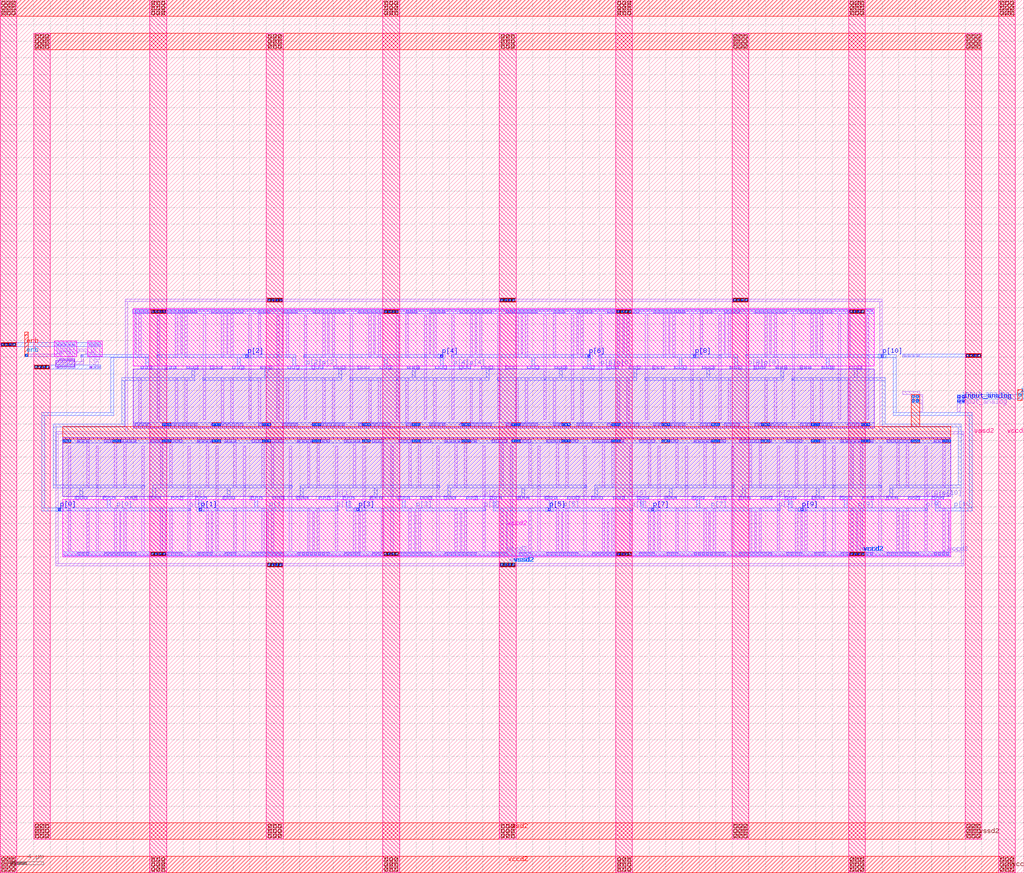
<source format=lef>
VERSION 5.7 ;
  NOWIREEXTENSIONATPIN ON ;
  DIVIDERCHAR "/" ;
  BUSBITCHARS "[]" ;
MACRO vco_w6_r100
  CLASS BLOCK ;
  FOREIGN vco_w6_r100 ;
  ORIGIN 0.000 0.000 ;
  SIZE 123.050 BY 105.000 ;
  PIN p[9]
    ANTENNAGATEAREA 57.000000 ;
    ANTENNADIFFAREA 5.800000 ;
    PORT
      LAYER li1 ;
        RECT 92.420 45.250 92.800 45.300 ;
        RECT 91.470 44.890 92.800 45.250 ;
        RECT 92.420 44.840 92.800 44.890 ;
        RECT 94.290 45.250 94.670 45.300 ;
        RECT 94.290 44.890 95.620 45.250 ;
        RECT 94.290 44.840 94.670 44.890 ;
        RECT 96.730 38.750 97.030 51.340 ;
        RECT 100.960 45.250 101.340 45.300 ;
        RECT 100.960 44.890 102.290 45.250 ;
        RECT 100.960 44.840 101.340 44.890 ;
        RECT 111.105 38.750 111.405 51.340 ;
      LAYER mcon ;
        RECT 91.470 44.920 91.770 45.220 ;
        RECT 91.960 44.920 92.260 45.220 ;
        RECT 92.450 44.920 92.750 45.220 ;
        RECT 94.340 44.920 94.640 45.220 ;
        RECT 94.830 44.920 95.130 45.220 ;
        RECT 95.320 44.920 95.620 45.220 ;
        RECT 101.010 44.920 101.310 45.220 ;
        RECT 101.500 44.920 101.800 45.220 ;
        RECT 101.990 44.920 102.290 45.220 ;
        RECT 96.730 43.560 97.030 43.860 ;
        RECT 111.105 43.560 111.405 43.860 ;
      LAYER met1 ;
        RECT 91.410 44.890 95.680 45.250 ;
        RECT 100.850 44.890 102.350 45.250 ;
        RECT 94.710 43.890 95.070 44.890 ;
        RECT 101.440 43.890 101.800 44.890 ;
        RECT 94.710 43.530 111.465 43.890 ;
      LAYER via ;
        RECT 96.240 43.580 96.500 43.840 ;
      LAYER met2 ;
        RECT 95.910 43.480 96.830 43.940 ;
    END
  END p[9]
  PIN p[7]
    ANTENNAGATEAREA 57.000000 ;
    ANTENNADIFFAREA 5.800000 ;
    PORT
      LAYER li1 ;
        RECT 74.710 45.250 75.090 45.300 ;
        RECT 73.760 44.890 75.090 45.250 ;
        RECT 74.710 44.840 75.090 44.890 ;
        RECT 76.580 45.250 76.960 45.300 ;
        RECT 76.580 44.890 77.910 45.250 ;
        RECT 76.580 44.840 76.960 44.890 ;
        RECT 79.020 38.750 79.320 51.340 ;
        RECT 83.250 45.250 83.630 45.300 ;
        RECT 83.250 44.890 84.580 45.250 ;
        RECT 83.250 44.840 83.630 44.890 ;
        RECT 93.395 38.750 93.695 51.340 ;
      LAYER mcon ;
        RECT 73.760 44.920 74.060 45.220 ;
        RECT 74.250 44.920 74.550 45.220 ;
        RECT 74.740 44.920 75.040 45.220 ;
        RECT 76.630 44.920 76.930 45.220 ;
        RECT 77.120 44.920 77.420 45.220 ;
        RECT 77.610 44.920 77.910 45.220 ;
        RECT 83.300 44.920 83.600 45.220 ;
        RECT 83.790 44.920 84.090 45.220 ;
        RECT 84.280 44.920 84.580 45.220 ;
        RECT 79.020 43.560 79.320 43.860 ;
        RECT 93.395 43.560 93.695 43.860 ;
      LAYER met1 ;
        RECT 73.700 44.890 77.970 45.250 ;
        RECT 83.140 44.890 84.640 45.250 ;
        RECT 77.000 43.890 77.360 44.890 ;
        RECT 83.730 43.890 84.090 44.890 ;
        RECT 77.000 43.530 93.755 43.890 ;
      LAYER via ;
        RECT 78.300 43.580 78.560 43.840 ;
      LAYER met2 ;
        RECT 77.970 43.480 78.890 43.940 ;
    END
  END p[7]
  PIN p[5]
    ANTENNAGATEAREA 57.000000 ;
    ANTENNADIFFAREA 5.800000 ;
    PORT
      LAYER li1 ;
        RECT 57.000 45.250 57.380 45.300 ;
        RECT 56.050 44.890 57.380 45.250 ;
        RECT 57.000 44.840 57.380 44.890 ;
        RECT 58.870 45.250 59.250 45.300 ;
        RECT 58.870 44.890 60.200 45.250 ;
        RECT 58.870 44.840 59.250 44.890 ;
        RECT 61.310 38.750 61.610 51.340 ;
        RECT 65.540 45.250 65.920 45.300 ;
        RECT 65.540 44.890 66.870 45.250 ;
        RECT 65.540 44.840 65.920 44.890 ;
        RECT 75.685 38.750 75.985 51.340 ;
      LAYER mcon ;
        RECT 56.050 44.920 56.350 45.220 ;
        RECT 56.540 44.920 56.840 45.220 ;
        RECT 57.030 44.920 57.330 45.220 ;
        RECT 58.920 44.920 59.220 45.220 ;
        RECT 59.410 44.920 59.710 45.220 ;
        RECT 59.900 44.920 60.200 45.220 ;
        RECT 65.590 44.920 65.890 45.220 ;
        RECT 66.080 44.920 66.380 45.220 ;
        RECT 66.570 44.920 66.870 45.220 ;
        RECT 61.310 43.560 61.610 43.860 ;
        RECT 75.685 43.560 75.985 43.860 ;
      LAYER met1 ;
        RECT 55.990 44.890 60.260 45.250 ;
        RECT 65.430 44.890 66.930 45.250 ;
        RECT 59.290 43.890 59.650 44.890 ;
        RECT 66.020 43.890 66.380 44.890 ;
        RECT 59.290 43.530 76.045 43.890 ;
      LAYER via ;
        RECT 65.880 43.580 66.140 43.840 ;
      LAYER met2 ;
        RECT 65.550 43.480 66.470 43.940 ;
    END
  END p[5]
  PIN p[3]
    ANTENNAGATEAREA 57.000000 ;
    ANTENNADIFFAREA 5.800000 ;
    PORT
      LAYER li1 ;
        RECT 39.290 45.250 39.670 45.300 ;
        RECT 38.340 44.890 39.670 45.250 ;
        RECT 39.290 44.840 39.670 44.890 ;
        RECT 41.160 45.250 41.540 45.300 ;
        RECT 41.160 44.890 42.490 45.250 ;
        RECT 41.160 44.840 41.540 44.890 ;
        RECT 43.600 38.750 43.900 51.340 ;
        RECT 47.830 45.250 48.210 45.300 ;
        RECT 47.830 44.890 49.160 45.250 ;
        RECT 47.830 44.840 48.210 44.890 ;
        RECT 57.975 38.750 58.275 51.340 ;
      LAYER mcon ;
        RECT 38.340 44.920 38.640 45.220 ;
        RECT 38.830 44.920 39.130 45.220 ;
        RECT 39.320 44.920 39.620 45.220 ;
        RECT 41.210 44.920 41.510 45.220 ;
        RECT 41.700 44.920 42.000 45.220 ;
        RECT 42.190 44.920 42.490 45.220 ;
        RECT 47.880 44.920 48.180 45.220 ;
        RECT 48.370 44.920 48.670 45.220 ;
        RECT 48.860 44.920 49.160 45.220 ;
        RECT 43.600 43.560 43.900 43.860 ;
        RECT 57.975 43.560 58.275 43.860 ;
      LAYER met1 ;
        RECT 38.280 44.890 42.550 45.250 ;
        RECT 47.720 44.890 49.220 45.250 ;
        RECT 41.580 43.890 41.940 44.890 ;
        RECT 48.310 43.890 48.670 44.890 ;
        RECT 41.580 43.530 58.335 43.890 ;
      LAYER via ;
        RECT 42.880 43.580 43.140 43.840 ;
      LAYER met2 ;
        RECT 42.550 43.480 43.470 43.940 ;
    END
  END p[3]
  PIN p[1]
    ANTENNAGATEAREA 57.000000 ;
    ANTENNADIFFAREA 5.800000 ;
    PORT
      LAYER li1 ;
        RECT 21.580 45.250 21.960 45.300 ;
        RECT 20.630 44.890 21.960 45.250 ;
        RECT 21.580 44.840 21.960 44.890 ;
        RECT 23.450 45.250 23.830 45.300 ;
        RECT 23.450 44.890 24.780 45.250 ;
        RECT 23.450 44.840 23.830 44.890 ;
        RECT 25.890 38.750 26.190 51.340 ;
        RECT 30.120 45.250 30.500 45.300 ;
        RECT 30.120 44.890 31.450 45.250 ;
        RECT 30.120 44.840 30.500 44.890 ;
        RECT 40.265 38.750 40.565 51.340 ;
      LAYER mcon ;
        RECT 20.630 44.920 20.930 45.220 ;
        RECT 21.120 44.920 21.420 45.220 ;
        RECT 21.610 44.920 21.910 45.220 ;
        RECT 23.500 44.920 23.800 45.220 ;
        RECT 23.990 44.920 24.290 45.220 ;
        RECT 24.480 44.920 24.780 45.220 ;
        RECT 30.170 44.920 30.470 45.220 ;
        RECT 30.660 44.920 30.960 45.220 ;
        RECT 31.150 44.920 31.450 45.220 ;
        RECT 25.890 43.560 26.190 43.860 ;
        RECT 40.265 43.560 40.565 43.860 ;
      LAYER met1 ;
        RECT 20.570 44.890 24.840 45.250 ;
        RECT 30.010 44.890 31.510 45.250 ;
        RECT 23.870 43.890 24.230 44.890 ;
        RECT 30.600 43.890 30.960 44.890 ;
        RECT 23.870 43.530 40.625 43.890 ;
      LAYER via ;
        RECT 23.950 43.580 24.210 43.840 ;
      LAYER met2 ;
        RECT 23.620 43.480 24.540 43.940 ;
    END
  END p[1]
  PIN p[0]
    ANTENNAGATEAREA 57.000000 ;
    ANTENNADIFFAREA 6.245500 ;
    PORT
      LAYER li1 ;
        RECT 8.310 62.925 8.905 63.265 ;
        RECT 8.310 61.605 8.485 62.925 ;
        RECT 8.310 61.480 8.905 61.605 ;
        RECT 9.710 61.480 10.010 62.310 ;
        RECT 8.310 61.180 10.010 61.480 ;
        RECT 8.310 61.055 8.905 61.180 ;
        RECT 17.880 60.950 18.260 61.000 ;
        RECT 16.930 60.590 18.260 60.950 ;
        RECT 17.880 60.540 18.260 60.590 ;
        RECT 19.750 60.950 20.130 61.000 ;
        RECT 19.750 60.590 21.080 60.950 ;
        RECT 19.750 60.540 20.130 60.590 ;
        RECT 8.180 38.750 8.480 51.340 ;
        RECT 12.410 45.250 12.790 45.300 ;
        RECT 12.410 44.890 13.740 45.250 ;
        RECT 12.410 44.840 12.790 44.890 ;
        RECT 22.555 38.750 22.855 51.340 ;
      LAYER mcon ;
        RECT 9.775 62.075 9.945 62.245 ;
        RECT 16.930 60.620 17.230 60.920 ;
        RECT 17.420 60.620 17.720 60.920 ;
        RECT 17.910 60.620 18.210 60.920 ;
        RECT 19.800 60.620 20.100 60.920 ;
        RECT 20.290 60.620 20.590 60.920 ;
        RECT 20.780 60.620 21.080 60.920 ;
        RECT 12.460 44.920 12.760 45.220 ;
        RECT 12.950 44.920 13.250 45.220 ;
        RECT 13.440 44.920 13.740 45.220 ;
        RECT 8.180 43.560 8.480 43.860 ;
        RECT 22.555 43.560 22.855 43.860 ;
      LAYER met1 ;
        RECT 9.680 62.010 17.840 62.310 ;
        RECT 13.260 61.950 17.840 62.010 ;
        RECT 13.260 55.360 13.620 61.950 ;
        RECT 17.480 60.950 17.840 61.950 ;
        RECT 16.870 60.590 21.140 60.950 ;
        RECT 4.990 55.000 13.620 55.360 ;
        RECT 4.990 43.890 5.350 55.000 ;
        RECT 12.300 44.890 13.800 45.250 ;
        RECT 12.890 43.890 13.250 44.890 ;
        RECT 4.990 43.530 22.915 43.890 ;
      LAYER via ;
        RECT 7.000 43.580 7.260 43.840 ;
      LAYER met2 ;
        RECT 6.670 43.480 7.590 43.940 ;
    END
  END p[0]
  PIN p[2]
    ANTENNAGATEAREA 57.000000 ;
    ANTENNADIFFAREA 5.800000 ;
    PORT
      LAYER li1 ;
        RECT 18.855 54.500 19.155 67.090 ;
        RECT 28.920 60.950 29.300 61.000 ;
        RECT 27.970 60.590 29.300 60.950 ;
        RECT 28.920 60.540 29.300 60.590 ;
        RECT 33.230 54.500 33.530 67.090 ;
        RECT 35.590 60.950 35.970 61.000 ;
        RECT 34.640 60.590 35.970 60.950 ;
        RECT 35.590 60.540 35.970 60.590 ;
        RECT 37.460 60.950 37.840 61.000 ;
        RECT 37.460 60.590 38.790 60.950 ;
        RECT 37.460 60.540 37.840 60.590 ;
      LAYER mcon ;
        RECT 18.855 61.980 19.155 62.280 ;
        RECT 33.230 61.980 33.530 62.280 ;
        RECT 27.970 60.620 28.270 60.920 ;
        RECT 28.460 60.620 28.760 60.920 ;
        RECT 28.950 60.620 29.250 60.920 ;
        RECT 34.640 60.620 34.940 60.920 ;
        RECT 35.130 60.620 35.430 60.920 ;
        RECT 35.620 60.620 35.920 60.920 ;
        RECT 37.510 60.620 37.810 60.920 ;
        RECT 38.000 60.620 38.300 60.920 ;
        RECT 38.490 60.620 38.790 60.920 ;
      LAYER met1 ;
        RECT 18.795 61.950 35.550 62.310 ;
        RECT 28.460 60.950 28.820 61.950 ;
        RECT 35.190 60.950 35.550 61.950 ;
        RECT 27.910 60.590 29.410 60.950 ;
        RECT 34.580 60.590 38.850 60.950 ;
      LAYER via ;
        RECT 29.540 62.000 29.800 62.260 ;
      LAYER met2 ;
        RECT 29.210 61.900 30.130 62.360 ;
    END
  END p[2]
  PIN p[4]
    ANTENNAGATEAREA 57.000000 ;
    ANTENNADIFFAREA 5.800000 ;
    PORT
      LAYER li1 ;
        RECT 36.565 54.500 36.865 67.090 ;
        RECT 46.630 60.950 47.010 61.000 ;
        RECT 45.680 60.590 47.010 60.950 ;
        RECT 46.630 60.540 47.010 60.590 ;
        RECT 50.940 54.500 51.240 67.090 ;
        RECT 53.300 60.950 53.680 61.000 ;
        RECT 52.350 60.590 53.680 60.950 ;
        RECT 53.300 60.540 53.680 60.590 ;
        RECT 55.170 60.950 55.550 61.000 ;
        RECT 55.170 60.590 56.500 60.950 ;
        RECT 55.170 60.540 55.550 60.590 ;
      LAYER mcon ;
        RECT 36.565 61.980 36.865 62.280 ;
        RECT 50.940 61.980 51.240 62.280 ;
        RECT 45.680 60.620 45.980 60.920 ;
        RECT 46.170 60.620 46.470 60.920 ;
        RECT 46.660 60.620 46.960 60.920 ;
        RECT 52.350 60.620 52.650 60.920 ;
        RECT 52.840 60.620 53.140 60.920 ;
        RECT 53.330 60.620 53.630 60.920 ;
        RECT 55.220 60.620 55.520 60.920 ;
        RECT 55.710 60.620 56.010 60.920 ;
        RECT 56.200 60.620 56.500 60.920 ;
      LAYER met1 ;
        RECT 36.505 61.950 53.260 62.310 ;
        RECT 46.170 60.950 46.530 61.950 ;
        RECT 52.900 60.950 53.260 61.950 ;
        RECT 45.620 60.590 47.120 60.950 ;
        RECT 52.290 60.590 56.560 60.950 ;
      LAYER via ;
        RECT 52.920 62.000 53.180 62.260 ;
      LAYER met2 ;
        RECT 52.590 61.900 53.510 62.360 ;
    END
  END p[4]
  PIN p[6]
    ANTENNAGATEAREA 57.000000 ;
    ANTENNADIFFAREA 5.800000 ;
    PORT
      LAYER li1 ;
        RECT 54.275 54.500 54.575 67.090 ;
        RECT 64.340 60.950 64.720 61.000 ;
        RECT 63.390 60.590 64.720 60.950 ;
        RECT 64.340 60.540 64.720 60.590 ;
        RECT 68.650 54.500 68.950 67.090 ;
        RECT 71.010 60.950 71.390 61.000 ;
        RECT 70.060 60.590 71.390 60.950 ;
        RECT 71.010 60.540 71.390 60.590 ;
        RECT 72.880 60.950 73.260 61.000 ;
        RECT 72.880 60.590 74.210 60.950 ;
        RECT 72.880 60.540 73.260 60.590 ;
      LAYER mcon ;
        RECT 54.275 61.980 54.575 62.280 ;
        RECT 68.650 61.980 68.950 62.280 ;
        RECT 63.390 60.620 63.690 60.920 ;
        RECT 63.880 60.620 64.180 60.920 ;
        RECT 64.370 60.620 64.670 60.920 ;
        RECT 70.060 60.620 70.360 60.920 ;
        RECT 70.550 60.620 70.850 60.920 ;
        RECT 71.040 60.620 71.340 60.920 ;
        RECT 72.930 60.620 73.230 60.920 ;
        RECT 73.420 60.620 73.720 60.920 ;
        RECT 73.910 60.620 74.210 60.920 ;
      LAYER met1 ;
        RECT 54.215 61.950 70.970 62.310 ;
        RECT 63.880 60.950 64.240 61.950 ;
        RECT 70.610 60.950 70.970 61.950 ;
        RECT 63.330 60.590 64.830 60.950 ;
        RECT 70.000 60.590 74.270 60.950 ;
      LAYER via ;
        RECT 70.630 62.000 70.890 62.260 ;
      LAYER met2 ;
        RECT 70.300 61.900 71.220 62.360 ;
    END
  END p[6]
  PIN p[8]
    ANTENNAGATEAREA 57.000000 ;
    ANTENNADIFFAREA 5.800000 ;
    PORT
      LAYER li1 ;
        RECT 71.985 54.500 72.285 67.090 ;
        RECT 82.050 60.950 82.430 61.000 ;
        RECT 81.100 60.590 82.430 60.950 ;
        RECT 82.050 60.540 82.430 60.590 ;
        RECT 86.360 54.500 86.660 67.090 ;
        RECT 88.720 60.950 89.100 61.000 ;
        RECT 87.770 60.590 89.100 60.950 ;
        RECT 88.720 60.540 89.100 60.590 ;
        RECT 90.590 60.950 90.970 61.000 ;
        RECT 90.590 60.590 91.920 60.950 ;
        RECT 90.590 60.540 90.970 60.590 ;
      LAYER mcon ;
        RECT 71.985 61.980 72.285 62.280 ;
        RECT 86.360 61.980 86.660 62.280 ;
        RECT 81.100 60.620 81.400 60.920 ;
        RECT 81.590 60.620 81.890 60.920 ;
        RECT 82.080 60.620 82.380 60.920 ;
        RECT 87.770 60.620 88.070 60.920 ;
        RECT 88.260 60.620 88.560 60.920 ;
        RECT 88.750 60.620 89.050 60.920 ;
        RECT 90.640 60.620 90.940 60.920 ;
        RECT 91.130 60.620 91.430 60.920 ;
        RECT 91.620 60.620 91.920 60.920 ;
      LAYER met1 ;
        RECT 71.925 61.950 88.680 62.310 ;
        RECT 81.590 60.950 81.950 61.950 ;
        RECT 88.320 60.950 88.680 61.950 ;
        RECT 81.040 60.590 82.540 60.950 ;
        RECT 87.710 60.590 91.980 60.950 ;
      LAYER via ;
        RECT 83.360 62.000 83.620 62.260 ;
      LAYER met2 ;
        RECT 83.030 61.900 83.950 62.360 ;
    END
  END p[8]
  PIN p[10]
    ANTENNAGATEAREA 57.000000 ;
    ANTENNADIFFAREA 5.800000 ;
    PORT
      LAYER li1 ;
        RECT 89.695 54.500 89.995 67.090 ;
        RECT 99.760 60.950 100.140 61.000 ;
        RECT 98.810 60.590 100.140 60.950 ;
        RECT 99.760 60.540 100.140 60.590 ;
        RECT 104.070 54.500 104.370 67.090 ;
        RECT 110.130 45.250 110.510 45.300 ;
        RECT 109.180 44.890 110.510 45.250 ;
        RECT 110.130 44.840 110.510 44.890 ;
        RECT 112.000 45.250 112.380 45.300 ;
        RECT 112.000 44.890 113.330 45.250 ;
        RECT 112.000 44.840 112.380 44.890 ;
      LAYER mcon ;
        RECT 89.695 61.980 89.995 62.280 ;
        RECT 104.070 61.980 104.370 62.280 ;
        RECT 98.810 60.620 99.110 60.920 ;
        RECT 99.300 60.620 99.600 60.920 ;
        RECT 99.790 60.620 100.090 60.920 ;
        RECT 109.180 44.920 109.480 45.220 ;
        RECT 109.670 44.920 109.970 45.220 ;
        RECT 110.160 44.920 110.460 45.220 ;
        RECT 112.050 44.920 112.350 45.220 ;
        RECT 112.540 44.920 112.840 45.220 ;
        RECT 113.030 44.920 113.330 45.220 ;
      LAYER met1 ;
        RECT 89.635 61.950 107.720 62.310 ;
        RECT 99.300 60.950 99.660 61.950 ;
        RECT 98.750 60.590 100.250 60.950 ;
        RECT 107.360 55.360 107.720 61.950 ;
        RECT 107.360 55.000 116.860 55.360 ;
        RECT 109.120 44.890 113.390 45.250 ;
        RECT 112.420 43.890 112.780 44.890 ;
        RECT 116.500 43.890 116.860 55.000 ;
        RECT 112.420 43.530 116.860 43.890 ;
      LAYER via ;
        RECT 105.900 62.000 106.160 62.260 ;
      LAYER met2 ;
        RECT 105.570 61.900 106.490 62.360 ;
    END
  END p[10]
  PIN enb
    ANTENNAGATEAREA 0.223500 ;
    PORT
      LAYER li1 ;
        RECT 6.775 62.400 7.235 62.525 ;
        RECT 3.000 62.100 7.235 62.400 ;
        RECT 6.775 61.795 7.235 62.100 ;
      LAYER mcon ;
        RECT 3.065 62.165 3.235 62.335 ;
      LAYER met1 ;
        RECT 2.990 62.090 3.310 62.410 ;
      LAYER via ;
        RECT 3.020 62.120 3.280 62.380 ;
      LAYER met2 ;
        RECT 2.950 62.100 3.350 62.400 ;
      LAYER via2 ;
        RECT 3.010 62.110 3.290 62.390 ;
      LAYER met3 ;
        RECT 2.950 64.650 3.350 65.050 ;
        RECT 2.960 62.060 3.340 64.650 ;
    END
  END enb
  PIN input_analog
    PORT
      LAYER li1 ;
        RECT 115.015 56.500 116.000 57.500 ;
        RECT 115.015 55.500 115.380 56.500 ;
      LAYER mcon ;
        RECT 115.170 57.165 115.340 57.335 ;
        RECT 115.660 57.165 115.830 57.335 ;
        RECT 115.170 56.665 115.340 56.835 ;
        RECT 115.660 56.665 115.830 56.835 ;
      LAYER met1 ;
        RECT 115.015 56.500 116.000 57.500 ;
      LAYER via ;
        RECT 115.125 57.120 115.385 57.380 ;
        RECT 115.615 57.120 115.875 57.380 ;
        RECT 115.125 56.620 115.385 56.880 ;
        RECT 115.615 56.620 115.875 56.880 ;
      LAYER met2 ;
        RECT 122.130 57.500 123.050 57.710 ;
        RECT 115.015 57.000 123.050 57.500 ;
        RECT 115.015 56.500 116.000 57.000 ;
      LAYER via2 ;
        RECT 122.450 57.320 122.730 57.600 ;
      LAYER met3 ;
        RECT 122.320 56.780 122.860 58.140 ;
    END
  END input_analog
  PIN vccd2
    ANTENNADIFFAREA 158.071899 ;
    PORT
      LAYER nwell ;
        RECT 6.500 62.105 9.180 63.950 ;
        RECT 10.495 62.105 12.255 63.950 ;
        RECT 15.980 60.965 105.050 67.840 ;
        RECT 27.020 60.960 34.210 60.965 ;
        RECT 44.730 60.960 51.920 60.965 ;
        RECT 62.440 60.960 69.630 60.965 ;
        RECT 80.150 60.960 87.340 60.965 ;
        RECT 97.860 60.960 105.050 60.965 ;
        RECT 7.500 44.875 14.690 44.880 ;
        RECT 25.210 44.875 32.400 44.880 ;
        RECT 42.920 44.875 50.110 44.880 ;
        RECT 60.630 44.875 67.820 44.880 ;
        RECT 78.340 44.875 85.530 44.880 ;
        RECT 96.050 44.875 103.240 44.880 ;
        RECT 7.500 38.000 114.280 44.875 ;
      LAYER li1 ;
        RECT 16.160 67.660 18.050 67.690 ;
        RECT 19.840 67.660 23.690 67.690 ;
        RECT 25.350 67.660 29.200 67.690 ;
        RECT 31.040 67.660 32.440 67.690 ;
        RECT 33.870 67.660 35.760 67.690 ;
        RECT 37.550 67.660 41.400 67.690 ;
        RECT 43.060 67.660 46.910 67.690 ;
        RECT 48.750 67.660 50.150 67.690 ;
        RECT 51.580 67.660 53.470 67.690 ;
        RECT 55.260 67.660 59.110 67.690 ;
        RECT 60.770 67.660 64.620 67.690 ;
        RECT 66.460 67.660 67.860 67.690 ;
        RECT 69.290 67.660 71.180 67.690 ;
        RECT 72.970 67.660 76.820 67.690 ;
        RECT 78.480 67.660 82.330 67.690 ;
        RECT 84.170 67.660 85.570 67.690 ;
        RECT 87.000 67.660 88.890 67.690 ;
        RECT 90.680 67.660 94.530 67.690 ;
        RECT 96.190 67.660 100.040 67.690 ;
        RECT 101.880 67.660 103.280 67.690 ;
        RECT 16.160 67.490 104.870 67.660 ;
        RECT 16.160 67.330 18.050 67.490 ;
        RECT 19.840 67.330 23.690 67.490 ;
        RECT 25.350 67.330 29.200 67.490 ;
        RECT 31.040 67.330 32.440 67.490 ;
        RECT 33.870 67.330 35.760 67.490 ;
        RECT 37.550 67.330 41.400 67.490 ;
        RECT 43.060 67.330 46.910 67.490 ;
        RECT 48.750 67.330 50.150 67.490 ;
        RECT 51.580 67.330 53.470 67.490 ;
        RECT 55.260 67.330 59.110 67.490 ;
        RECT 60.770 67.330 64.620 67.490 ;
        RECT 66.460 67.330 67.860 67.490 ;
        RECT 69.290 67.330 71.180 67.490 ;
        RECT 72.970 67.330 76.820 67.490 ;
        RECT 78.480 67.330 82.330 67.490 ;
        RECT 84.170 67.330 85.570 67.490 ;
        RECT 87.000 67.330 88.890 67.490 ;
        RECT 90.680 67.330 94.530 67.490 ;
        RECT 96.190 67.330 100.040 67.490 ;
        RECT 101.880 67.330 103.280 67.490 ;
        RECT 6.690 63.605 7.690 63.770 ;
        RECT 10.685 63.605 11.685 63.770 ;
        RECT 6.690 63.435 8.990 63.605 ;
        RECT 10.685 63.435 12.065 63.605 ;
        RECT 7.205 63.035 8.140 63.435 ;
        RECT 10.960 62.710 11.290 63.435 ;
        RECT 16.160 62.460 16.330 67.330 ;
        RECT 16.670 62.040 16.960 67.330 ;
        RECT 21.050 62.040 21.340 67.330 ;
        RECT 21.680 62.460 21.850 67.330 ;
        RECT 22.190 62.040 22.480 67.330 ;
        RECT 26.570 62.040 26.860 67.330 ;
        RECT 27.200 62.460 27.370 67.330 ;
        RECT 27.710 62.030 28.000 67.330 ;
        RECT 31.040 62.030 31.330 67.330 ;
        RECT 33.870 62.460 34.040 67.330 ;
        RECT 34.380 62.040 34.670 67.330 ;
        RECT 38.760 62.040 39.050 67.330 ;
        RECT 39.390 62.460 39.560 67.330 ;
        RECT 39.900 62.040 40.190 67.330 ;
        RECT 44.280 62.040 44.570 67.330 ;
        RECT 44.910 62.460 45.080 67.330 ;
        RECT 45.420 62.030 45.710 67.330 ;
        RECT 48.750 62.030 49.040 67.330 ;
        RECT 51.580 62.460 51.750 67.330 ;
        RECT 52.090 62.040 52.380 67.330 ;
        RECT 56.470 62.040 56.760 67.330 ;
        RECT 57.100 62.460 57.270 67.330 ;
        RECT 57.610 62.040 57.900 67.330 ;
        RECT 61.990 62.040 62.280 67.330 ;
        RECT 62.620 62.460 62.790 67.330 ;
        RECT 63.130 62.030 63.420 67.330 ;
        RECT 66.460 62.030 66.750 67.330 ;
        RECT 69.290 62.460 69.460 67.330 ;
        RECT 69.800 62.040 70.090 67.330 ;
        RECT 74.180 62.040 74.470 67.330 ;
        RECT 74.810 62.460 74.980 67.330 ;
        RECT 75.320 62.040 75.610 67.330 ;
        RECT 79.700 62.040 79.990 67.330 ;
        RECT 80.330 62.460 80.500 67.330 ;
        RECT 80.840 62.030 81.130 67.330 ;
        RECT 84.170 62.030 84.460 67.330 ;
        RECT 87.000 62.460 87.170 67.330 ;
        RECT 87.510 62.040 87.800 67.330 ;
        RECT 91.890 62.040 92.180 67.330 ;
        RECT 92.520 62.460 92.690 67.330 ;
        RECT 93.030 62.040 93.320 67.330 ;
        RECT 97.410 62.040 97.700 67.330 ;
        RECT 98.040 62.460 98.210 67.330 ;
        RECT 98.550 62.030 98.840 67.330 ;
        RECT 101.880 62.030 102.170 67.330 ;
        RECT 10.380 38.510 10.670 43.810 ;
        RECT 13.710 38.510 14.000 43.810 ;
        RECT 14.340 38.510 14.510 43.380 ;
        RECT 14.850 38.510 15.140 43.800 ;
        RECT 19.230 38.510 19.520 43.800 ;
        RECT 19.860 38.510 20.030 43.380 ;
        RECT 20.370 38.510 20.660 43.800 ;
        RECT 24.750 38.510 25.040 43.800 ;
        RECT 25.380 38.510 25.550 43.380 ;
        RECT 28.090 38.510 28.380 43.810 ;
        RECT 31.420 38.510 31.710 43.810 ;
        RECT 32.050 38.510 32.220 43.380 ;
        RECT 32.560 38.510 32.850 43.800 ;
        RECT 36.940 38.510 37.230 43.800 ;
        RECT 37.570 38.510 37.740 43.380 ;
        RECT 38.080 38.510 38.370 43.800 ;
        RECT 42.460 38.510 42.750 43.800 ;
        RECT 43.090 38.510 43.260 43.380 ;
        RECT 45.800 38.510 46.090 43.810 ;
        RECT 49.130 38.510 49.420 43.810 ;
        RECT 49.760 38.510 49.930 43.380 ;
        RECT 50.270 38.510 50.560 43.800 ;
        RECT 54.650 38.510 54.940 43.800 ;
        RECT 55.280 38.510 55.450 43.380 ;
        RECT 55.790 38.510 56.080 43.800 ;
        RECT 60.170 38.510 60.460 43.800 ;
        RECT 60.800 38.510 60.970 43.380 ;
        RECT 63.510 38.510 63.800 43.810 ;
        RECT 66.840 38.510 67.130 43.810 ;
        RECT 67.470 38.510 67.640 43.380 ;
        RECT 67.980 38.510 68.270 43.800 ;
        RECT 72.360 38.510 72.650 43.800 ;
        RECT 72.990 38.510 73.160 43.380 ;
        RECT 73.500 38.510 73.790 43.800 ;
        RECT 77.880 38.510 78.170 43.800 ;
        RECT 78.510 38.510 78.680 43.380 ;
        RECT 81.220 38.510 81.510 43.810 ;
        RECT 84.550 38.510 84.840 43.810 ;
        RECT 85.180 38.510 85.350 43.380 ;
        RECT 85.690 38.510 85.980 43.800 ;
        RECT 90.070 38.510 90.360 43.800 ;
        RECT 90.700 38.510 90.870 43.380 ;
        RECT 91.210 38.510 91.500 43.800 ;
        RECT 95.590 38.510 95.880 43.800 ;
        RECT 96.220 38.510 96.390 43.380 ;
        RECT 98.930 38.510 99.220 43.810 ;
        RECT 102.260 38.510 102.550 43.810 ;
        RECT 102.890 38.510 103.060 43.380 ;
        RECT 103.400 38.510 103.690 43.800 ;
        RECT 107.780 38.510 108.070 43.800 ;
        RECT 108.410 38.510 108.580 43.380 ;
        RECT 108.920 38.510 109.210 43.800 ;
        RECT 113.300 38.510 113.590 43.800 ;
        RECT 113.930 38.510 114.100 43.380 ;
        RECT 9.270 38.350 10.670 38.510 ;
        RECT 12.510 38.350 16.360 38.510 ;
        RECT 18.020 38.350 21.870 38.510 ;
        RECT 23.660 38.350 25.550 38.510 ;
        RECT 26.980 38.350 28.380 38.510 ;
        RECT 30.220 38.350 34.070 38.510 ;
        RECT 35.730 38.350 39.580 38.510 ;
        RECT 41.370 38.350 43.260 38.510 ;
        RECT 44.690 38.350 46.090 38.510 ;
        RECT 47.930 38.350 51.780 38.510 ;
        RECT 53.440 38.350 57.290 38.510 ;
        RECT 59.080 38.350 60.970 38.510 ;
        RECT 62.400 38.350 63.800 38.510 ;
        RECT 65.640 38.350 69.490 38.510 ;
        RECT 71.150 38.350 75.000 38.510 ;
        RECT 76.790 38.350 78.680 38.510 ;
        RECT 80.110 38.350 81.510 38.510 ;
        RECT 83.350 38.350 87.200 38.510 ;
        RECT 88.860 38.350 92.710 38.510 ;
        RECT 94.500 38.350 96.390 38.510 ;
        RECT 97.820 38.350 99.220 38.510 ;
        RECT 101.060 38.350 104.910 38.510 ;
        RECT 106.570 38.350 110.420 38.510 ;
        RECT 112.210 38.350 114.100 38.510 ;
        RECT 7.680 38.180 114.100 38.350 ;
        RECT 9.270 38.150 10.670 38.180 ;
        RECT 12.510 38.150 16.360 38.180 ;
        RECT 18.020 38.150 21.870 38.180 ;
        RECT 23.660 38.150 25.550 38.180 ;
        RECT 26.980 38.150 28.380 38.180 ;
        RECT 30.220 38.150 34.070 38.180 ;
        RECT 35.730 38.150 39.580 38.180 ;
        RECT 41.370 38.150 43.260 38.180 ;
        RECT 44.690 38.150 46.090 38.180 ;
        RECT 47.930 38.150 51.780 38.180 ;
        RECT 53.440 38.150 57.290 38.180 ;
        RECT 59.080 38.150 60.970 38.180 ;
        RECT 62.400 38.150 63.800 38.180 ;
        RECT 65.640 38.150 69.490 38.180 ;
        RECT 71.150 38.150 75.000 38.180 ;
        RECT 76.790 38.150 78.680 38.180 ;
        RECT 80.110 38.150 81.510 38.180 ;
        RECT 83.350 38.150 87.200 38.180 ;
        RECT 88.860 38.150 92.710 38.180 ;
        RECT 94.500 38.150 96.390 38.180 ;
        RECT 97.820 38.150 99.220 38.180 ;
        RECT 101.060 38.150 104.910 38.180 ;
        RECT 106.570 38.150 110.420 38.180 ;
        RECT 112.210 38.150 114.100 38.180 ;
      LAYER mcon ;
        RECT 16.220 67.360 16.520 67.660 ;
        RECT 16.710 67.360 17.010 67.660 ;
        RECT 17.200 67.360 17.500 67.660 ;
        RECT 17.690 67.360 17.990 67.660 ;
        RECT 19.900 67.360 20.200 67.660 ;
        RECT 20.390 67.360 20.690 67.660 ;
        RECT 20.880 67.360 21.180 67.660 ;
        RECT 21.370 67.360 21.670 67.660 ;
        RECT 21.860 67.360 22.160 67.660 ;
        RECT 22.350 67.360 22.650 67.660 ;
        RECT 22.840 67.360 23.140 67.660 ;
        RECT 23.330 67.360 23.630 67.660 ;
        RECT 25.410 67.360 25.710 67.660 ;
        RECT 25.900 67.360 26.200 67.660 ;
        RECT 26.390 67.360 26.690 67.660 ;
        RECT 26.880 67.360 27.180 67.660 ;
        RECT 27.370 67.360 27.670 67.660 ;
        RECT 27.860 67.360 28.160 67.660 ;
        RECT 28.350 67.360 28.650 67.660 ;
        RECT 28.840 67.360 29.140 67.660 ;
        RECT 31.100 67.360 31.400 67.660 ;
        RECT 31.590 67.360 31.890 67.660 ;
        RECT 32.080 67.360 32.380 67.660 ;
        RECT 33.930 67.360 34.230 67.660 ;
        RECT 34.420 67.360 34.720 67.660 ;
        RECT 34.910 67.360 35.210 67.660 ;
        RECT 35.400 67.360 35.700 67.660 ;
        RECT 37.610 67.360 37.910 67.660 ;
        RECT 38.100 67.360 38.400 67.660 ;
        RECT 38.590 67.360 38.890 67.660 ;
        RECT 39.080 67.360 39.380 67.660 ;
        RECT 39.570 67.360 39.870 67.660 ;
        RECT 40.060 67.360 40.360 67.660 ;
        RECT 40.550 67.360 40.850 67.660 ;
        RECT 41.040 67.360 41.340 67.660 ;
        RECT 43.120 67.360 43.420 67.660 ;
        RECT 43.610 67.360 43.910 67.660 ;
        RECT 44.100 67.360 44.400 67.660 ;
        RECT 44.590 67.360 44.890 67.660 ;
        RECT 45.080 67.360 45.380 67.660 ;
        RECT 45.570 67.360 45.870 67.660 ;
        RECT 46.060 67.360 46.360 67.660 ;
        RECT 46.550 67.360 46.850 67.660 ;
        RECT 48.810 67.360 49.110 67.660 ;
        RECT 49.300 67.360 49.600 67.660 ;
        RECT 49.790 67.360 50.090 67.660 ;
        RECT 51.640 67.360 51.940 67.660 ;
        RECT 52.130 67.360 52.430 67.660 ;
        RECT 52.620 67.360 52.920 67.660 ;
        RECT 53.110 67.360 53.410 67.660 ;
        RECT 55.320 67.360 55.620 67.660 ;
        RECT 55.810 67.360 56.110 67.660 ;
        RECT 56.300 67.360 56.600 67.660 ;
        RECT 56.790 67.360 57.090 67.660 ;
        RECT 57.280 67.360 57.580 67.660 ;
        RECT 57.770 67.360 58.070 67.660 ;
        RECT 58.260 67.360 58.560 67.660 ;
        RECT 58.750 67.360 59.050 67.660 ;
        RECT 60.830 67.360 61.130 67.660 ;
        RECT 61.320 67.360 61.620 67.660 ;
        RECT 61.810 67.360 62.110 67.660 ;
        RECT 62.300 67.360 62.600 67.660 ;
        RECT 62.790 67.360 63.090 67.660 ;
        RECT 63.280 67.360 63.580 67.660 ;
        RECT 63.770 67.360 64.070 67.660 ;
        RECT 64.260 67.360 64.560 67.660 ;
        RECT 66.520 67.360 66.820 67.660 ;
        RECT 67.010 67.360 67.310 67.660 ;
        RECT 67.500 67.360 67.800 67.660 ;
        RECT 69.350 67.360 69.650 67.660 ;
        RECT 69.840 67.360 70.140 67.660 ;
        RECT 70.330 67.360 70.630 67.660 ;
        RECT 70.820 67.360 71.120 67.660 ;
        RECT 73.030 67.360 73.330 67.660 ;
        RECT 73.520 67.360 73.820 67.660 ;
        RECT 74.010 67.360 74.310 67.660 ;
        RECT 74.500 67.360 74.800 67.660 ;
        RECT 74.990 67.360 75.290 67.660 ;
        RECT 75.480 67.360 75.780 67.660 ;
        RECT 75.970 67.360 76.270 67.660 ;
        RECT 76.460 67.360 76.760 67.660 ;
        RECT 78.540 67.360 78.840 67.660 ;
        RECT 79.030 67.360 79.330 67.660 ;
        RECT 79.520 67.360 79.820 67.660 ;
        RECT 80.010 67.360 80.310 67.660 ;
        RECT 80.500 67.360 80.800 67.660 ;
        RECT 80.990 67.360 81.290 67.660 ;
        RECT 81.480 67.360 81.780 67.660 ;
        RECT 81.970 67.360 82.270 67.660 ;
        RECT 84.230 67.360 84.530 67.660 ;
        RECT 84.720 67.360 85.020 67.660 ;
        RECT 85.210 67.360 85.510 67.660 ;
        RECT 87.060 67.360 87.360 67.660 ;
        RECT 87.550 67.360 87.850 67.660 ;
        RECT 88.040 67.360 88.340 67.660 ;
        RECT 88.530 67.360 88.830 67.660 ;
        RECT 90.740 67.360 91.040 67.660 ;
        RECT 91.230 67.360 91.530 67.660 ;
        RECT 91.720 67.360 92.020 67.660 ;
        RECT 92.210 67.360 92.510 67.660 ;
        RECT 92.700 67.360 93.000 67.660 ;
        RECT 93.190 67.360 93.490 67.660 ;
        RECT 93.680 67.360 93.980 67.660 ;
        RECT 94.170 67.360 94.470 67.660 ;
        RECT 96.250 67.360 96.550 67.660 ;
        RECT 96.740 67.360 97.040 67.660 ;
        RECT 97.230 67.360 97.530 67.660 ;
        RECT 97.720 67.360 98.020 67.660 ;
        RECT 98.210 67.360 98.510 67.660 ;
        RECT 98.700 67.360 99.000 67.660 ;
        RECT 99.190 67.360 99.490 67.660 ;
        RECT 99.680 67.360 99.980 67.660 ;
        RECT 101.940 67.360 102.240 67.660 ;
        RECT 102.430 67.360 102.730 67.660 ;
        RECT 102.920 67.360 103.220 67.660 ;
        RECT 6.835 63.435 7.005 63.605 ;
        RECT 7.295 63.435 7.465 63.605 ;
        RECT 7.755 63.435 7.925 63.605 ;
        RECT 8.215 63.435 8.385 63.605 ;
        RECT 8.675 63.435 8.845 63.605 ;
        RECT 10.830 63.435 11.000 63.605 ;
        RECT 11.290 63.435 11.460 63.605 ;
        RECT 11.750 63.435 11.920 63.605 ;
        RECT 9.330 38.180 9.630 38.480 ;
        RECT 9.820 38.180 10.120 38.480 ;
        RECT 10.310 38.180 10.610 38.480 ;
        RECT 12.570 38.180 12.870 38.480 ;
        RECT 13.060 38.180 13.360 38.480 ;
        RECT 13.550 38.180 13.850 38.480 ;
        RECT 14.040 38.180 14.340 38.480 ;
        RECT 14.530 38.180 14.830 38.480 ;
        RECT 15.020 38.180 15.320 38.480 ;
        RECT 15.510 38.180 15.810 38.480 ;
        RECT 16.000 38.180 16.300 38.480 ;
        RECT 18.080 38.180 18.380 38.480 ;
        RECT 18.570 38.180 18.870 38.480 ;
        RECT 19.060 38.180 19.360 38.480 ;
        RECT 19.550 38.180 19.850 38.480 ;
        RECT 20.040 38.180 20.340 38.480 ;
        RECT 20.530 38.180 20.830 38.480 ;
        RECT 21.020 38.180 21.320 38.480 ;
        RECT 21.510 38.180 21.810 38.480 ;
        RECT 23.720 38.180 24.020 38.480 ;
        RECT 24.210 38.180 24.510 38.480 ;
        RECT 24.700 38.180 25.000 38.480 ;
        RECT 25.190 38.180 25.490 38.480 ;
        RECT 27.040 38.180 27.340 38.480 ;
        RECT 27.530 38.180 27.830 38.480 ;
        RECT 28.020 38.180 28.320 38.480 ;
        RECT 30.280 38.180 30.580 38.480 ;
        RECT 30.770 38.180 31.070 38.480 ;
        RECT 31.260 38.180 31.560 38.480 ;
        RECT 31.750 38.180 32.050 38.480 ;
        RECT 32.240 38.180 32.540 38.480 ;
        RECT 32.730 38.180 33.030 38.480 ;
        RECT 33.220 38.180 33.520 38.480 ;
        RECT 33.710 38.180 34.010 38.480 ;
        RECT 35.790 38.180 36.090 38.480 ;
        RECT 36.280 38.180 36.580 38.480 ;
        RECT 36.770 38.180 37.070 38.480 ;
        RECT 37.260 38.180 37.560 38.480 ;
        RECT 37.750 38.180 38.050 38.480 ;
        RECT 38.240 38.180 38.540 38.480 ;
        RECT 38.730 38.180 39.030 38.480 ;
        RECT 39.220 38.180 39.520 38.480 ;
        RECT 41.430 38.180 41.730 38.480 ;
        RECT 41.920 38.180 42.220 38.480 ;
        RECT 42.410 38.180 42.710 38.480 ;
        RECT 42.900 38.180 43.200 38.480 ;
        RECT 44.750 38.180 45.050 38.480 ;
        RECT 45.240 38.180 45.540 38.480 ;
        RECT 45.730 38.180 46.030 38.480 ;
        RECT 47.990 38.180 48.290 38.480 ;
        RECT 48.480 38.180 48.780 38.480 ;
        RECT 48.970 38.180 49.270 38.480 ;
        RECT 49.460 38.180 49.760 38.480 ;
        RECT 49.950 38.180 50.250 38.480 ;
        RECT 50.440 38.180 50.740 38.480 ;
        RECT 50.930 38.180 51.230 38.480 ;
        RECT 51.420 38.180 51.720 38.480 ;
        RECT 53.500 38.180 53.800 38.480 ;
        RECT 53.990 38.180 54.290 38.480 ;
        RECT 54.480 38.180 54.780 38.480 ;
        RECT 54.970 38.180 55.270 38.480 ;
        RECT 55.460 38.180 55.760 38.480 ;
        RECT 55.950 38.180 56.250 38.480 ;
        RECT 56.440 38.180 56.740 38.480 ;
        RECT 56.930 38.180 57.230 38.480 ;
        RECT 59.140 38.180 59.440 38.480 ;
        RECT 59.630 38.180 59.930 38.480 ;
        RECT 60.120 38.180 60.420 38.480 ;
        RECT 60.610 38.180 60.910 38.480 ;
        RECT 62.460 38.180 62.760 38.480 ;
        RECT 62.950 38.180 63.250 38.480 ;
        RECT 63.440 38.180 63.740 38.480 ;
        RECT 65.700 38.180 66.000 38.480 ;
        RECT 66.190 38.180 66.490 38.480 ;
        RECT 66.680 38.180 66.980 38.480 ;
        RECT 67.170 38.180 67.470 38.480 ;
        RECT 67.660 38.180 67.960 38.480 ;
        RECT 68.150 38.180 68.450 38.480 ;
        RECT 68.640 38.180 68.940 38.480 ;
        RECT 69.130 38.180 69.430 38.480 ;
        RECT 71.210 38.180 71.510 38.480 ;
        RECT 71.700 38.180 72.000 38.480 ;
        RECT 72.190 38.180 72.490 38.480 ;
        RECT 72.680 38.180 72.980 38.480 ;
        RECT 73.170 38.180 73.470 38.480 ;
        RECT 73.660 38.180 73.960 38.480 ;
        RECT 74.150 38.180 74.450 38.480 ;
        RECT 74.640 38.180 74.940 38.480 ;
        RECT 76.850 38.180 77.150 38.480 ;
        RECT 77.340 38.180 77.640 38.480 ;
        RECT 77.830 38.180 78.130 38.480 ;
        RECT 78.320 38.180 78.620 38.480 ;
        RECT 80.170 38.180 80.470 38.480 ;
        RECT 80.660 38.180 80.960 38.480 ;
        RECT 81.150 38.180 81.450 38.480 ;
        RECT 83.410 38.180 83.710 38.480 ;
        RECT 83.900 38.180 84.200 38.480 ;
        RECT 84.390 38.180 84.690 38.480 ;
        RECT 84.880 38.180 85.180 38.480 ;
        RECT 85.370 38.180 85.670 38.480 ;
        RECT 85.860 38.180 86.160 38.480 ;
        RECT 86.350 38.180 86.650 38.480 ;
        RECT 86.840 38.180 87.140 38.480 ;
        RECT 88.920 38.180 89.220 38.480 ;
        RECT 89.410 38.180 89.710 38.480 ;
        RECT 89.900 38.180 90.200 38.480 ;
        RECT 90.390 38.180 90.690 38.480 ;
        RECT 90.880 38.180 91.180 38.480 ;
        RECT 91.370 38.180 91.670 38.480 ;
        RECT 91.860 38.180 92.160 38.480 ;
        RECT 92.350 38.180 92.650 38.480 ;
        RECT 94.560 38.180 94.860 38.480 ;
        RECT 95.050 38.180 95.350 38.480 ;
        RECT 95.540 38.180 95.840 38.480 ;
        RECT 96.030 38.180 96.330 38.480 ;
        RECT 97.880 38.180 98.180 38.480 ;
        RECT 98.370 38.180 98.670 38.480 ;
        RECT 98.860 38.180 99.160 38.480 ;
        RECT 101.120 38.180 101.420 38.480 ;
        RECT 101.610 38.180 101.910 38.480 ;
        RECT 102.100 38.180 102.400 38.480 ;
        RECT 102.590 38.180 102.890 38.480 ;
        RECT 103.080 38.180 103.380 38.480 ;
        RECT 103.570 38.180 103.870 38.480 ;
        RECT 104.060 38.180 104.360 38.480 ;
        RECT 104.550 38.180 104.850 38.480 ;
        RECT 106.630 38.180 106.930 38.480 ;
        RECT 107.120 38.180 107.420 38.480 ;
        RECT 107.610 38.180 107.910 38.480 ;
        RECT 108.100 38.180 108.400 38.480 ;
        RECT 108.590 38.180 108.890 38.480 ;
        RECT 109.080 38.180 109.380 38.480 ;
        RECT 109.570 38.180 109.870 38.480 ;
        RECT 110.060 38.180 110.360 38.480 ;
        RECT 112.270 38.180 112.570 38.480 ;
        RECT 112.760 38.180 113.060 38.480 ;
        RECT 113.250 38.180 113.550 38.480 ;
        RECT 113.740 38.180 114.040 38.480 ;
      LAYER met1 ;
        RECT 15.900 67.270 105.050 67.750 ;
        RECT 0.000 63.280 12.065 63.760 ;
        RECT 7.500 38.090 114.280 38.570 ;
      LAYER via ;
        RECT 18.130 67.360 18.430 67.660 ;
        RECT 18.490 67.360 18.790 67.660 ;
        RECT 18.850 67.360 19.150 67.660 ;
        RECT 19.210 67.360 19.510 67.660 ;
        RECT 19.570 67.360 19.870 67.660 ;
        RECT 46.130 67.360 46.430 67.660 ;
        RECT 46.490 67.360 46.790 67.660 ;
        RECT 46.850 67.360 47.150 67.660 ;
        RECT 47.210 67.360 47.510 67.660 ;
        RECT 47.570 67.360 47.870 67.660 ;
        RECT 74.130 67.360 74.430 67.660 ;
        RECT 74.490 67.360 74.790 67.660 ;
        RECT 74.850 67.360 75.150 67.660 ;
        RECT 75.210 67.360 75.510 67.660 ;
        RECT 75.570 67.360 75.870 67.660 ;
        RECT 102.130 67.360 102.430 67.660 ;
        RECT 102.490 67.360 102.790 67.660 ;
        RECT 102.850 67.360 103.150 67.660 ;
        RECT 103.210 67.360 103.510 67.660 ;
        RECT 103.570 67.360 103.870 67.660 ;
        RECT 0.130 63.370 0.430 63.670 ;
        RECT 0.490 63.370 0.790 63.670 ;
        RECT 0.850 63.370 1.150 63.670 ;
        RECT 1.210 63.370 1.510 63.670 ;
        RECT 1.570 63.370 1.870 63.670 ;
        RECT 18.130 38.180 18.430 38.480 ;
        RECT 18.490 38.180 18.790 38.480 ;
        RECT 18.850 38.180 19.150 38.480 ;
        RECT 19.210 38.180 19.510 38.480 ;
        RECT 19.570 38.180 19.870 38.480 ;
        RECT 46.130 38.180 46.430 38.480 ;
        RECT 46.490 38.180 46.790 38.480 ;
        RECT 46.850 38.180 47.150 38.480 ;
        RECT 47.210 38.180 47.510 38.480 ;
        RECT 47.570 38.180 47.870 38.480 ;
        RECT 74.130 38.180 74.430 38.480 ;
        RECT 74.490 38.180 74.790 38.480 ;
        RECT 74.850 38.180 75.150 38.480 ;
        RECT 75.210 38.180 75.510 38.480 ;
        RECT 75.570 38.180 75.870 38.480 ;
        RECT 102.130 38.180 102.430 38.480 ;
        RECT 102.490 38.180 102.790 38.480 ;
        RECT 102.850 38.180 103.150 38.480 ;
        RECT 103.210 38.180 103.510 38.480 ;
        RECT 103.570 38.180 103.870 38.480 ;
      LAYER met2 ;
        RECT 18.000 67.270 20.000 67.750 ;
        RECT 46.000 67.270 48.000 67.750 ;
        RECT 74.000 67.270 76.000 67.750 ;
        RECT 102.000 67.270 104.000 67.750 ;
        RECT 0.000 63.280 2.000 63.760 ;
        RECT 18.000 38.090 20.000 38.570 ;
        RECT 46.000 38.090 48.000 38.570 ;
        RECT 74.000 38.090 76.000 38.570 ;
        RECT 102.000 38.090 104.000 38.570 ;
      LAYER via2 ;
        RECT 18.180 67.350 18.500 67.670 ;
        RECT 18.620 67.350 18.940 67.670 ;
        RECT 19.060 67.350 19.380 67.670 ;
        RECT 19.500 67.350 19.820 67.670 ;
        RECT 46.180 67.350 46.500 67.670 ;
        RECT 46.620 67.350 46.940 67.670 ;
        RECT 47.060 67.350 47.380 67.670 ;
        RECT 47.500 67.350 47.820 67.670 ;
        RECT 74.180 67.350 74.500 67.670 ;
        RECT 74.620 67.350 74.940 67.670 ;
        RECT 75.060 67.350 75.380 67.670 ;
        RECT 75.500 67.350 75.820 67.670 ;
        RECT 102.180 67.350 102.500 67.670 ;
        RECT 102.620 67.350 102.940 67.670 ;
        RECT 103.060 67.350 103.380 67.670 ;
        RECT 103.500 67.350 103.820 67.670 ;
        RECT 0.180 63.360 0.500 63.680 ;
        RECT 0.620 63.360 0.940 63.680 ;
        RECT 1.060 63.360 1.380 63.680 ;
        RECT 1.500 63.360 1.820 63.680 ;
        RECT 18.180 38.170 18.500 38.490 ;
        RECT 18.620 38.170 18.940 38.490 ;
        RECT 19.060 38.170 19.380 38.490 ;
        RECT 19.500 38.170 19.820 38.490 ;
        RECT 46.180 38.170 46.500 38.490 ;
        RECT 46.620 38.170 46.940 38.490 ;
        RECT 47.060 38.170 47.380 38.490 ;
        RECT 47.500 38.170 47.820 38.490 ;
        RECT 74.180 38.170 74.500 38.490 ;
        RECT 74.620 38.170 74.940 38.490 ;
        RECT 75.060 38.170 75.380 38.490 ;
        RECT 75.500 38.170 75.820 38.490 ;
        RECT 102.180 38.170 102.500 38.490 ;
        RECT 102.620 38.170 102.940 38.490 ;
        RECT 103.060 38.170 103.380 38.490 ;
        RECT 103.500 38.170 103.820 38.490 ;
      LAYER met3 ;
        RECT 0.000 103.000 122.000 105.000 ;
        RECT 18.000 67.270 20.000 67.750 ;
        RECT 46.000 67.270 48.000 67.750 ;
        RECT 74.000 67.270 76.000 67.750 ;
        RECT 102.000 67.270 104.000 67.750 ;
        RECT 0.000 63.280 2.000 63.760 ;
        RECT 18.000 38.090 20.000 38.570 ;
        RECT 46.000 38.090 48.000 38.570 ;
        RECT 74.000 38.090 76.000 38.570 ;
        RECT 102.000 38.090 104.000 38.570 ;
        RECT 0.000 0.000 122.000 2.000 ;
      LAYER via3 ;
        RECT 0.200 104.400 0.600 104.800 ;
        RECT 0.800 104.400 1.200 104.800 ;
        RECT 1.400 104.400 1.800 104.800 ;
        RECT 18.200 104.400 18.600 104.800 ;
        RECT 18.800 104.400 19.200 104.800 ;
        RECT 19.400 104.400 19.800 104.800 ;
        RECT 46.200 104.400 46.600 104.800 ;
        RECT 46.800 104.400 47.200 104.800 ;
        RECT 47.400 104.400 47.800 104.800 ;
        RECT 74.200 104.400 74.600 104.800 ;
        RECT 74.800 104.400 75.200 104.800 ;
        RECT 75.400 104.400 75.800 104.800 ;
        RECT 102.200 104.400 102.600 104.800 ;
        RECT 102.800 104.400 103.200 104.800 ;
        RECT 103.400 104.400 103.800 104.800 ;
        RECT 120.200 104.400 120.600 104.800 ;
        RECT 120.800 104.400 121.200 104.800 ;
        RECT 121.400 104.400 121.800 104.800 ;
        RECT 0.200 103.800 0.600 104.200 ;
        RECT 0.800 103.800 1.200 104.200 ;
        RECT 1.400 103.800 1.800 104.200 ;
        RECT 18.200 103.800 18.600 104.200 ;
        RECT 18.800 103.800 19.200 104.200 ;
        RECT 19.400 103.800 19.800 104.200 ;
        RECT 46.200 103.800 46.600 104.200 ;
        RECT 46.800 103.800 47.200 104.200 ;
        RECT 47.400 103.800 47.800 104.200 ;
        RECT 74.200 103.800 74.600 104.200 ;
        RECT 74.800 103.800 75.200 104.200 ;
        RECT 75.400 103.800 75.800 104.200 ;
        RECT 102.200 103.800 102.600 104.200 ;
        RECT 102.800 103.800 103.200 104.200 ;
        RECT 103.400 103.800 103.800 104.200 ;
        RECT 120.200 103.800 120.600 104.200 ;
        RECT 120.800 103.800 121.200 104.200 ;
        RECT 121.400 103.800 121.800 104.200 ;
        RECT 0.200 103.200 0.600 103.600 ;
        RECT 0.800 103.200 1.200 103.600 ;
        RECT 1.400 103.200 1.800 103.600 ;
        RECT 18.200 103.200 18.600 103.600 ;
        RECT 18.800 103.200 19.200 103.600 ;
        RECT 19.400 103.200 19.800 103.600 ;
        RECT 46.200 103.200 46.600 103.600 ;
        RECT 46.800 103.200 47.200 103.600 ;
        RECT 47.400 103.200 47.800 103.600 ;
        RECT 74.200 103.200 74.600 103.600 ;
        RECT 74.800 103.200 75.200 103.600 ;
        RECT 75.400 103.200 75.800 103.600 ;
        RECT 102.200 103.200 102.600 103.600 ;
        RECT 102.800 103.200 103.200 103.600 ;
        RECT 103.400 103.200 103.800 103.600 ;
        RECT 120.200 103.200 120.600 103.600 ;
        RECT 120.800 103.200 121.200 103.600 ;
        RECT 121.400 103.200 121.800 103.600 ;
        RECT 18.160 67.330 18.520 67.695 ;
        RECT 18.600 67.330 18.960 67.695 ;
        RECT 19.040 67.330 19.400 67.695 ;
        RECT 19.480 67.330 19.840 67.695 ;
        RECT 46.160 67.330 46.520 67.695 ;
        RECT 46.600 67.330 46.960 67.695 ;
        RECT 47.040 67.330 47.400 67.695 ;
        RECT 47.480 67.330 47.840 67.695 ;
        RECT 74.160 67.330 74.520 67.695 ;
        RECT 74.600 67.330 74.960 67.695 ;
        RECT 75.040 67.330 75.400 67.695 ;
        RECT 75.480 67.330 75.840 67.695 ;
        RECT 102.160 67.330 102.520 67.695 ;
        RECT 102.600 67.330 102.960 67.695 ;
        RECT 103.040 67.330 103.400 67.695 ;
        RECT 103.480 67.330 103.840 67.695 ;
        RECT 0.160 63.340 0.520 63.705 ;
        RECT 0.600 63.340 0.960 63.705 ;
        RECT 1.040 63.340 1.400 63.705 ;
        RECT 1.480 63.340 1.840 63.705 ;
        RECT 18.160 38.150 18.520 38.515 ;
        RECT 18.600 38.150 18.960 38.515 ;
        RECT 19.040 38.150 19.400 38.515 ;
        RECT 19.480 38.150 19.840 38.515 ;
        RECT 46.160 38.150 46.520 38.515 ;
        RECT 46.600 38.150 46.960 38.515 ;
        RECT 47.040 38.150 47.400 38.515 ;
        RECT 47.480 38.150 47.840 38.515 ;
        RECT 74.160 38.150 74.520 38.515 ;
        RECT 74.600 38.150 74.960 38.515 ;
        RECT 75.040 38.150 75.400 38.515 ;
        RECT 75.480 38.150 75.840 38.515 ;
        RECT 102.160 38.150 102.520 38.515 ;
        RECT 102.600 38.150 102.960 38.515 ;
        RECT 103.040 38.150 103.400 38.515 ;
        RECT 103.480 38.150 103.840 38.515 ;
        RECT 0.200 1.400 0.600 1.800 ;
        RECT 0.800 1.400 1.200 1.800 ;
        RECT 1.400 1.400 1.800 1.800 ;
        RECT 18.200 1.400 18.600 1.800 ;
        RECT 18.800 1.400 19.200 1.800 ;
        RECT 19.400 1.400 19.800 1.800 ;
        RECT 46.200 1.400 46.600 1.800 ;
        RECT 46.800 1.400 47.200 1.800 ;
        RECT 47.400 1.400 47.800 1.800 ;
        RECT 74.200 1.400 74.600 1.800 ;
        RECT 74.800 1.400 75.200 1.800 ;
        RECT 75.400 1.400 75.800 1.800 ;
        RECT 102.200 1.400 102.600 1.800 ;
        RECT 102.800 1.400 103.200 1.800 ;
        RECT 103.400 1.400 103.800 1.800 ;
        RECT 120.200 1.400 120.600 1.800 ;
        RECT 120.800 1.400 121.200 1.800 ;
        RECT 121.400 1.400 121.800 1.800 ;
        RECT 0.200 0.800 0.600 1.200 ;
        RECT 0.800 0.800 1.200 1.200 ;
        RECT 1.400 0.800 1.800 1.200 ;
        RECT 18.200 0.800 18.600 1.200 ;
        RECT 18.800 0.800 19.200 1.200 ;
        RECT 19.400 0.800 19.800 1.200 ;
        RECT 46.200 0.800 46.600 1.200 ;
        RECT 46.800 0.800 47.200 1.200 ;
        RECT 47.400 0.800 47.800 1.200 ;
        RECT 74.200 0.800 74.600 1.200 ;
        RECT 74.800 0.800 75.200 1.200 ;
        RECT 75.400 0.800 75.800 1.200 ;
        RECT 102.200 0.800 102.600 1.200 ;
        RECT 102.800 0.800 103.200 1.200 ;
        RECT 103.400 0.800 103.800 1.200 ;
        RECT 120.200 0.800 120.600 1.200 ;
        RECT 120.800 0.800 121.200 1.200 ;
        RECT 121.400 0.800 121.800 1.200 ;
        RECT 0.200 0.200 0.600 0.600 ;
        RECT 0.800 0.200 1.200 0.600 ;
        RECT 1.400 0.200 1.800 0.600 ;
        RECT 18.200 0.200 18.600 0.600 ;
        RECT 18.800 0.200 19.200 0.600 ;
        RECT 19.400 0.200 19.800 0.600 ;
        RECT 46.200 0.200 46.600 0.600 ;
        RECT 46.800 0.200 47.200 0.600 ;
        RECT 47.400 0.200 47.800 0.600 ;
        RECT 74.200 0.200 74.600 0.600 ;
        RECT 74.800 0.200 75.200 0.600 ;
        RECT 75.400 0.200 75.800 0.600 ;
        RECT 102.200 0.200 102.600 0.600 ;
        RECT 102.800 0.200 103.200 0.600 ;
        RECT 103.400 0.200 103.800 0.600 ;
        RECT 120.200 0.200 120.600 0.600 ;
        RECT 120.800 0.200 121.200 0.600 ;
        RECT 121.400 0.200 121.800 0.600 ;
      LAYER met4 ;
        RECT 0.000 0.000 2.000 105.000 ;
        RECT 18.000 0.000 20.000 105.000 ;
        RECT 46.000 0.000 48.000 105.000 ;
        RECT 74.000 0.000 76.000 105.000 ;
        RECT 102.000 0.000 104.000 105.000 ;
        RECT 120.000 0.000 122.000 105.000 ;
    END
  END vccd2
  PIN vssd2
    ANTENNADIFFAREA 111.683250 ;
    PORT
      LAYER li1 ;
        RECT 15.000 68.700 106.000 69.000 ;
        RECT 7.205 60.885 8.140 61.285 ;
        RECT 11.460 60.885 11.800 61.545 ;
        RECT 6.690 60.715 8.990 60.885 ;
        RECT 10.685 60.715 12.065 60.885 ;
        RECT 15.000 53.070 15.300 68.700 ;
        RECT 105.700 53.070 106.000 68.700 ;
        RECT 108.500 62.015 110.500 62.380 ;
        RECT 6.700 52.770 115.825 53.070 ;
        RECT 6.700 37.200 7.000 52.770 ;
        RECT 115.500 52.700 115.825 52.770 ;
        RECT 115.500 37.200 115.800 52.700 ;
        RECT 6.700 36.900 115.800 37.200 ;
      LAYER mcon ;
        RECT 32.110 68.700 32.410 69.000 ;
        RECT 32.600 68.700 32.900 69.000 ;
        RECT 33.100 68.700 33.400 69.000 ;
        RECT 33.590 68.700 33.890 69.000 ;
        RECT 60.110 68.700 60.410 69.000 ;
        RECT 60.600 68.700 60.900 69.000 ;
        RECT 61.100 68.700 61.400 69.000 ;
        RECT 61.590 68.700 61.890 69.000 ;
        RECT 88.110 68.700 88.410 69.000 ;
        RECT 88.600 68.700 88.900 69.000 ;
        RECT 89.100 68.700 89.400 69.000 ;
        RECT 89.590 68.700 89.890 69.000 ;
        RECT 6.835 60.715 7.005 60.885 ;
        RECT 7.295 60.715 7.465 60.885 ;
        RECT 7.755 60.715 7.925 60.885 ;
        RECT 8.215 60.715 8.385 60.885 ;
        RECT 8.675 60.715 8.845 60.885 ;
        RECT 10.830 60.715 11.000 60.885 ;
        RECT 11.290 60.715 11.460 60.885 ;
        RECT 11.750 60.715 11.920 60.885 ;
        RECT 108.665 62.115 108.835 62.285 ;
        RECT 109.165 62.115 109.335 62.285 ;
        RECT 109.665 62.115 109.835 62.285 ;
        RECT 110.165 62.115 110.335 62.285 ;
        RECT 32.110 36.900 32.410 37.200 ;
        RECT 32.600 36.900 32.900 37.200 ;
        RECT 33.100 36.900 33.400 37.200 ;
        RECT 33.590 36.900 33.890 37.200 ;
        RECT 60.110 36.900 60.410 37.200 ;
        RECT 60.600 36.900 60.900 37.200 ;
        RECT 61.100 36.900 61.400 37.200 ;
        RECT 61.590 36.900 61.890 37.200 ;
      LAYER met1 ;
        RECT 32.080 68.610 33.920 69.090 ;
        RECT 60.080 68.610 61.920 69.090 ;
        RECT 88.080 68.610 89.920 69.090 ;
        RECT 116.130 62.380 117.870 62.440 ;
        RECT 108.500 62.020 118.000 62.380 ;
        RECT 108.500 62.015 110.505 62.020 ;
        RECT 116.130 61.960 117.870 62.020 ;
        RECT 4.000 60.560 12.065 61.040 ;
        RECT 32.080 36.810 33.920 37.290 ;
        RECT 60.080 36.810 61.920 37.290 ;
      LAYER via ;
        RECT 32.130 68.700 32.430 69.000 ;
        RECT 32.490 68.700 32.790 69.000 ;
        RECT 32.850 68.700 33.150 69.000 ;
        RECT 33.210 68.700 33.510 69.000 ;
        RECT 33.570 68.700 33.870 69.000 ;
        RECT 60.130 68.700 60.430 69.000 ;
        RECT 60.490 68.700 60.790 69.000 ;
        RECT 60.850 68.700 61.150 69.000 ;
        RECT 61.210 68.700 61.510 69.000 ;
        RECT 61.570 68.700 61.870 69.000 ;
        RECT 88.130 68.700 88.430 69.000 ;
        RECT 88.490 68.700 88.790 69.000 ;
        RECT 88.850 68.700 89.150 69.000 ;
        RECT 89.210 68.700 89.510 69.000 ;
        RECT 89.570 68.700 89.870 69.000 ;
        RECT 116.130 62.050 116.430 62.350 ;
        RECT 116.490 62.050 116.790 62.350 ;
        RECT 116.850 62.050 117.150 62.350 ;
        RECT 117.210 62.050 117.510 62.350 ;
        RECT 117.570 62.050 117.870 62.350 ;
        RECT 4.130 60.650 4.430 60.950 ;
        RECT 4.490 60.650 4.790 60.950 ;
        RECT 4.850 60.650 5.150 60.950 ;
        RECT 5.210 60.650 5.510 60.950 ;
        RECT 5.570 60.650 5.870 60.950 ;
        RECT 32.130 36.900 32.430 37.200 ;
        RECT 32.490 36.900 32.790 37.200 ;
        RECT 32.850 36.900 33.150 37.200 ;
        RECT 33.210 36.900 33.510 37.200 ;
        RECT 33.570 36.900 33.870 37.200 ;
        RECT 60.130 36.900 60.430 37.200 ;
        RECT 60.490 36.900 60.790 37.200 ;
        RECT 60.850 36.900 61.150 37.200 ;
        RECT 61.210 36.900 61.510 37.200 ;
        RECT 61.570 36.900 61.870 37.200 ;
      LAYER met2 ;
        RECT 32.000 68.610 34.000 69.090 ;
        RECT 60.000 68.610 62.000 69.090 ;
        RECT 88.000 68.610 90.000 69.090 ;
        RECT 116.000 61.960 118.000 62.440 ;
        RECT 4.000 60.560 6.000 61.040 ;
        RECT 32.000 36.810 34.000 37.290 ;
        RECT 60.000 36.810 62.000 37.290 ;
      LAYER via2 ;
        RECT 32.180 68.690 32.500 69.010 ;
        RECT 32.620 68.690 32.940 69.010 ;
        RECT 33.060 68.690 33.380 69.010 ;
        RECT 33.500 68.690 33.820 69.010 ;
        RECT 60.180 68.690 60.500 69.010 ;
        RECT 60.620 68.690 60.940 69.010 ;
        RECT 61.060 68.690 61.380 69.010 ;
        RECT 61.500 68.690 61.820 69.010 ;
        RECT 88.180 68.690 88.500 69.010 ;
        RECT 88.620 68.690 88.940 69.010 ;
        RECT 89.060 68.690 89.380 69.010 ;
        RECT 89.500 68.690 89.820 69.010 ;
        RECT 116.180 62.040 116.500 62.360 ;
        RECT 116.620 62.040 116.940 62.360 ;
        RECT 117.060 62.040 117.380 62.360 ;
        RECT 117.500 62.040 117.820 62.360 ;
        RECT 4.180 60.640 4.500 60.960 ;
        RECT 4.620 60.640 4.940 60.960 ;
        RECT 5.060 60.640 5.380 60.960 ;
        RECT 5.500 60.640 5.820 60.960 ;
        RECT 32.180 36.890 32.500 37.210 ;
        RECT 32.620 36.890 32.940 37.210 ;
        RECT 33.060 36.890 33.380 37.210 ;
        RECT 33.500 36.890 33.820 37.210 ;
        RECT 60.180 36.890 60.500 37.210 ;
        RECT 60.620 36.890 60.940 37.210 ;
        RECT 61.060 36.890 61.380 37.210 ;
        RECT 61.500 36.890 61.820 37.210 ;
      LAYER met3 ;
        RECT 4.000 99.000 118.000 101.000 ;
        RECT 32.000 68.610 34.000 69.090 ;
        RECT 60.000 68.610 62.000 69.090 ;
        RECT 88.000 68.610 90.000 69.090 ;
        RECT 116.000 61.960 118.000 62.440 ;
        RECT 4.000 60.560 6.000 61.040 ;
        RECT 32.000 36.810 34.000 37.290 ;
        RECT 60.000 36.810 62.000 37.290 ;
        RECT 4.000 4.000 118.000 6.000 ;
      LAYER via3 ;
        RECT 4.200 100.400 4.600 100.800 ;
        RECT 4.800 100.400 5.200 100.800 ;
        RECT 5.400 100.400 5.800 100.800 ;
        RECT 32.200 100.400 32.600 100.800 ;
        RECT 32.800 100.400 33.200 100.800 ;
        RECT 33.400 100.400 33.800 100.800 ;
        RECT 60.200 100.400 60.600 100.800 ;
        RECT 60.800 100.400 61.200 100.800 ;
        RECT 61.400 100.400 61.800 100.800 ;
        RECT 88.200 100.400 88.600 100.800 ;
        RECT 88.800 100.400 89.200 100.800 ;
        RECT 89.400 100.400 89.800 100.800 ;
        RECT 116.200 100.400 116.600 100.800 ;
        RECT 116.800 100.400 117.200 100.800 ;
        RECT 117.400 100.400 117.800 100.800 ;
        RECT 4.200 99.800 4.600 100.200 ;
        RECT 4.800 99.800 5.200 100.200 ;
        RECT 5.400 99.800 5.800 100.200 ;
        RECT 32.200 99.800 32.600 100.200 ;
        RECT 32.800 99.800 33.200 100.200 ;
        RECT 33.400 99.800 33.800 100.200 ;
        RECT 60.200 99.800 60.600 100.200 ;
        RECT 60.800 99.800 61.200 100.200 ;
        RECT 61.400 99.800 61.800 100.200 ;
        RECT 88.200 99.800 88.600 100.200 ;
        RECT 88.800 99.800 89.200 100.200 ;
        RECT 89.400 99.800 89.800 100.200 ;
        RECT 116.200 99.800 116.600 100.200 ;
        RECT 116.800 99.800 117.200 100.200 ;
        RECT 117.400 99.800 117.800 100.200 ;
        RECT 4.200 99.200 4.600 99.600 ;
        RECT 4.800 99.200 5.200 99.600 ;
        RECT 5.400 99.200 5.800 99.600 ;
        RECT 32.200 99.200 32.600 99.600 ;
        RECT 32.800 99.200 33.200 99.600 ;
        RECT 33.400 99.200 33.800 99.600 ;
        RECT 60.200 99.200 60.600 99.600 ;
        RECT 60.800 99.200 61.200 99.600 ;
        RECT 61.400 99.200 61.800 99.600 ;
        RECT 88.200 99.200 88.600 99.600 ;
        RECT 88.800 99.200 89.200 99.600 ;
        RECT 89.400 99.200 89.800 99.600 ;
        RECT 116.200 99.200 116.600 99.600 ;
        RECT 116.800 99.200 117.200 99.600 ;
        RECT 117.400 99.200 117.800 99.600 ;
        RECT 32.160 68.670 32.520 69.035 ;
        RECT 32.600 68.670 32.960 69.035 ;
        RECT 33.040 68.670 33.400 69.035 ;
        RECT 33.480 68.670 33.840 69.035 ;
        RECT 60.160 68.670 60.520 69.035 ;
        RECT 60.600 68.670 60.960 69.035 ;
        RECT 61.040 68.670 61.400 69.035 ;
        RECT 61.480 68.670 61.840 69.035 ;
        RECT 88.160 68.670 88.520 69.035 ;
        RECT 88.600 68.670 88.960 69.035 ;
        RECT 89.040 68.670 89.400 69.035 ;
        RECT 89.480 68.670 89.840 69.035 ;
        RECT 116.160 62.020 116.520 62.385 ;
        RECT 116.600 62.020 116.960 62.385 ;
        RECT 117.040 62.020 117.400 62.385 ;
        RECT 117.480 62.020 117.840 62.385 ;
        RECT 4.160 60.620 4.520 60.985 ;
        RECT 4.600 60.620 4.960 60.985 ;
        RECT 5.040 60.620 5.400 60.985 ;
        RECT 5.480 60.620 5.840 60.985 ;
        RECT 32.160 36.870 32.520 37.235 ;
        RECT 32.600 36.870 32.960 37.235 ;
        RECT 33.040 36.870 33.400 37.235 ;
        RECT 33.480 36.870 33.840 37.235 ;
        RECT 60.160 36.870 60.520 37.235 ;
        RECT 60.600 36.870 60.960 37.235 ;
        RECT 61.040 36.870 61.400 37.235 ;
        RECT 61.480 36.870 61.840 37.235 ;
        RECT 4.200 5.400 4.600 5.800 ;
        RECT 4.800 5.400 5.200 5.800 ;
        RECT 5.400 5.400 5.800 5.800 ;
        RECT 32.200 5.400 32.600 5.800 ;
        RECT 32.800 5.400 33.200 5.800 ;
        RECT 33.400 5.400 33.800 5.800 ;
        RECT 60.200 5.400 60.600 5.800 ;
        RECT 60.800 5.400 61.200 5.800 ;
        RECT 61.400 5.400 61.800 5.800 ;
        RECT 88.200 5.400 88.600 5.800 ;
        RECT 88.800 5.400 89.200 5.800 ;
        RECT 89.400 5.400 89.800 5.800 ;
        RECT 116.200 5.400 116.600 5.800 ;
        RECT 116.800 5.400 117.200 5.800 ;
        RECT 117.400 5.400 117.800 5.800 ;
        RECT 4.200 4.800 4.600 5.200 ;
        RECT 4.800 4.800 5.200 5.200 ;
        RECT 5.400 4.800 5.800 5.200 ;
        RECT 32.200 4.800 32.600 5.200 ;
        RECT 32.800 4.800 33.200 5.200 ;
        RECT 33.400 4.800 33.800 5.200 ;
        RECT 60.200 4.800 60.600 5.200 ;
        RECT 60.800 4.800 61.200 5.200 ;
        RECT 61.400 4.800 61.800 5.200 ;
        RECT 88.200 4.800 88.600 5.200 ;
        RECT 88.800 4.800 89.200 5.200 ;
        RECT 89.400 4.800 89.800 5.200 ;
        RECT 116.200 4.800 116.600 5.200 ;
        RECT 116.800 4.800 117.200 5.200 ;
        RECT 117.400 4.800 117.800 5.200 ;
        RECT 4.200 4.200 4.600 4.600 ;
        RECT 4.800 4.200 5.200 4.600 ;
        RECT 5.400 4.200 5.800 4.600 ;
        RECT 32.200 4.200 32.600 4.600 ;
        RECT 32.800 4.200 33.200 4.600 ;
        RECT 33.400 4.200 33.800 4.600 ;
        RECT 60.200 4.200 60.600 4.600 ;
        RECT 60.800 4.200 61.200 4.600 ;
        RECT 61.400 4.200 61.800 4.600 ;
        RECT 88.200 4.200 88.600 4.600 ;
        RECT 88.800 4.200 89.200 4.600 ;
        RECT 89.400 4.200 89.800 4.600 ;
        RECT 116.200 4.200 116.600 4.600 ;
        RECT 116.800 4.200 117.200 4.600 ;
        RECT 117.400 4.200 117.800 4.600 ;
      LAYER met4 ;
        RECT 4.000 4.000 6.000 101.000 ;
        RECT 32.000 4.000 34.000 101.000 ;
        RECT 60.000 4.000 62.000 101.000 ;
        RECT 88.000 4.000 90.000 101.000 ;
        RECT 116.000 4.000 118.000 101.000 ;
    END
  END vssd2
  OBS
      LAYER pwell ;
        RECT 7.180 61.585 8.985 61.815 ;
        RECT 6.695 60.905 8.985 61.585 ;
        RECT 6.840 60.715 7.010 60.905 ;
        RECT 10.830 60.715 11.000 60.885 ;
        RECT 15.980 53.470 105.050 60.570 ;
        RECT 7.500 45.270 114.280 52.370 ;
      LAYER li1 ;
        RECT 6.775 62.865 7.035 63.265 ;
        RECT 6.775 62.695 8.140 62.865 ;
        RECT 7.405 61.625 8.140 62.695 ;
        RECT 8.665 62.750 8.905 62.755 ;
        RECT 9.180 62.750 10.505 62.960 ;
        RECT 8.665 62.740 10.505 62.750 ;
        RECT 8.665 62.530 9.400 62.740 ;
        RECT 10.285 62.535 10.505 62.740 ;
        RECT 10.770 62.535 11.290 62.540 ;
        RECT 8.665 61.775 8.905 62.530 ;
        RECT 10.285 62.315 11.290 62.535 ;
        RECT 6.775 61.455 8.140 61.625 ;
        RECT 6.775 61.055 7.035 61.455 ;
        RECT 10.770 61.055 11.290 62.315 ;
        RECT 11.460 61.715 11.980 63.265 ;
        RECT 23.400 60.950 23.780 61.000 ;
        RECT 22.450 60.590 23.780 60.950 ;
        RECT 23.400 60.540 23.780 60.590 ;
        RECT 16.670 54.090 16.960 59.540 ;
        RECT 21.050 54.090 21.340 59.540 ;
        RECT 22.190 54.090 22.480 59.540 ;
        RECT 24.375 54.500 24.675 67.090 ;
        RECT 25.270 60.950 25.650 61.000 ;
        RECT 25.270 60.590 26.600 60.950 ;
        RECT 25.270 60.540 25.650 60.590 ;
        RECT 26.570 54.090 26.860 59.540 ;
        RECT 27.710 54.090 28.000 59.540 ;
        RECT 29.900 54.500 30.200 67.090 ;
        RECT 32.250 60.950 32.630 61.000 ;
        RECT 41.110 60.950 41.490 61.000 ;
        RECT 31.300 60.590 32.630 60.950 ;
        RECT 40.160 60.590 41.490 60.950 ;
        RECT 32.250 60.540 32.630 60.590 ;
        RECT 41.110 60.540 41.490 60.590 ;
        RECT 31.040 54.090 31.330 59.540 ;
        RECT 34.380 54.090 34.670 59.540 ;
        RECT 38.760 54.090 39.050 59.540 ;
        RECT 39.900 54.090 40.190 59.540 ;
        RECT 42.085 54.500 42.385 67.090 ;
        RECT 42.980 60.950 43.360 61.000 ;
        RECT 42.980 60.590 44.310 60.950 ;
        RECT 42.980 60.540 43.360 60.590 ;
        RECT 44.280 54.090 44.570 59.540 ;
        RECT 45.420 54.090 45.710 59.540 ;
        RECT 47.610 54.500 47.910 67.090 ;
        RECT 49.960 60.950 50.340 61.000 ;
        RECT 58.820 60.950 59.200 61.000 ;
        RECT 49.010 60.590 50.340 60.950 ;
        RECT 57.870 60.590 59.200 60.950 ;
        RECT 49.960 60.540 50.340 60.590 ;
        RECT 58.820 60.540 59.200 60.590 ;
        RECT 48.750 54.090 49.040 59.540 ;
        RECT 52.090 54.090 52.380 59.540 ;
        RECT 56.470 54.090 56.760 59.540 ;
        RECT 57.610 54.090 57.900 59.540 ;
        RECT 59.795 54.500 60.095 67.090 ;
        RECT 60.690 60.950 61.070 61.000 ;
        RECT 60.690 60.590 62.020 60.950 ;
        RECT 60.690 60.540 61.070 60.590 ;
        RECT 61.990 54.090 62.280 59.540 ;
        RECT 63.130 54.090 63.420 59.540 ;
        RECT 65.320 54.500 65.620 67.090 ;
        RECT 67.670 60.950 68.050 61.000 ;
        RECT 76.530 60.950 76.910 61.000 ;
        RECT 66.720 60.590 68.050 60.950 ;
        RECT 75.580 60.590 76.910 60.950 ;
        RECT 67.670 60.540 68.050 60.590 ;
        RECT 76.530 60.540 76.910 60.590 ;
        RECT 66.460 54.090 66.750 59.540 ;
        RECT 69.800 54.090 70.090 59.540 ;
        RECT 74.180 54.090 74.470 59.540 ;
        RECT 75.320 54.090 75.610 59.540 ;
        RECT 77.505 54.500 77.805 67.090 ;
        RECT 78.400 60.950 78.780 61.000 ;
        RECT 78.400 60.590 79.730 60.950 ;
        RECT 78.400 60.540 78.780 60.590 ;
        RECT 79.700 54.090 79.990 59.540 ;
        RECT 80.840 54.090 81.130 59.540 ;
        RECT 83.030 54.500 83.330 67.090 ;
        RECT 85.380 60.950 85.760 61.000 ;
        RECT 94.240 60.950 94.620 61.000 ;
        RECT 84.430 60.590 85.760 60.950 ;
        RECT 93.290 60.590 94.620 60.950 ;
        RECT 85.380 60.540 85.760 60.590 ;
        RECT 94.240 60.540 94.620 60.590 ;
        RECT 84.170 54.090 84.460 59.540 ;
        RECT 87.510 54.090 87.800 59.540 ;
        RECT 91.890 54.090 92.180 59.540 ;
        RECT 93.030 54.090 93.320 59.540 ;
        RECT 95.215 54.500 95.515 67.090 ;
        RECT 96.110 60.950 96.490 61.000 ;
        RECT 96.110 60.590 97.440 60.950 ;
        RECT 96.110 60.540 96.490 60.590 ;
        RECT 97.410 54.090 97.700 59.540 ;
        RECT 98.550 54.090 98.840 59.540 ;
        RECT 100.740 54.500 101.040 67.090 ;
        RECT 103.090 60.950 103.470 61.000 ;
        RECT 102.140 60.590 103.470 60.950 ;
        RECT 103.090 60.540 103.470 60.590 ;
        RECT 101.880 54.090 102.170 59.540 ;
        RECT 108.500 57.500 110.500 57.865 ;
        RECT 109.500 56.500 110.865 57.500 ;
        RECT 110.500 55.500 110.865 56.500 ;
        RECT 16.160 53.730 18.050 54.090 ;
        RECT 19.840 53.730 23.690 54.090 ;
        RECT 25.350 53.730 29.200 54.090 ;
        RECT 31.040 53.730 32.440 54.090 ;
        RECT 33.870 53.730 35.760 54.090 ;
        RECT 37.550 53.730 41.400 54.090 ;
        RECT 43.060 53.730 46.910 54.090 ;
        RECT 48.750 53.730 50.150 54.090 ;
        RECT 51.580 53.730 53.470 54.090 ;
        RECT 55.260 53.730 59.110 54.090 ;
        RECT 60.770 53.730 64.620 54.090 ;
        RECT 66.460 53.730 67.860 54.090 ;
        RECT 69.290 53.730 71.180 54.090 ;
        RECT 72.970 53.730 76.820 54.090 ;
        RECT 78.480 53.730 82.330 54.090 ;
        RECT 84.170 53.730 85.570 54.090 ;
        RECT 87.000 53.730 88.890 54.090 ;
        RECT 90.680 53.730 94.530 54.090 ;
        RECT 96.190 53.730 100.040 54.090 ;
        RECT 101.880 53.730 103.280 54.090 ;
        RECT 9.270 51.750 10.670 52.110 ;
        RECT 12.510 51.750 16.360 52.110 ;
        RECT 18.020 51.750 21.870 52.110 ;
        RECT 23.660 51.750 25.550 52.110 ;
        RECT 26.980 51.750 28.380 52.110 ;
        RECT 30.220 51.750 34.070 52.110 ;
        RECT 35.730 51.750 39.580 52.110 ;
        RECT 41.370 51.750 43.260 52.110 ;
        RECT 44.690 51.750 46.090 52.110 ;
        RECT 47.930 51.750 51.780 52.110 ;
        RECT 53.440 51.750 57.290 52.110 ;
        RECT 59.080 51.750 60.970 52.110 ;
        RECT 62.400 51.750 63.800 52.110 ;
        RECT 65.640 51.750 69.490 52.110 ;
        RECT 71.150 51.750 75.000 52.110 ;
        RECT 76.790 51.750 78.680 52.110 ;
        RECT 80.110 51.750 81.510 52.110 ;
        RECT 83.350 51.750 87.200 52.110 ;
        RECT 88.860 51.750 92.710 52.110 ;
        RECT 94.500 51.750 96.390 52.110 ;
        RECT 97.820 51.750 99.220 52.110 ;
        RECT 101.060 51.750 104.910 52.110 ;
        RECT 106.570 51.750 110.420 52.110 ;
        RECT 112.210 51.750 114.100 52.110 ;
        RECT 10.380 46.300 10.670 51.750 ;
        RECT 9.080 45.250 9.460 45.300 ;
        RECT 9.080 44.890 10.410 45.250 ;
        RECT 9.080 44.840 9.460 44.890 ;
        RECT 11.510 38.750 11.810 51.340 ;
        RECT 13.710 46.300 14.000 51.750 ;
        RECT 14.850 46.300 15.140 51.750 ;
        RECT 16.060 45.250 16.440 45.300 ;
        RECT 15.110 44.890 16.440 45.250 ;
        RECT 16.060 44.840 16.440 44.890 ;
        RECT 17.035 38.750 17.335 51.340 ;
        RECT 19.230 46.300 19.520 51.750 ;
        RECT 20.370 46.300 20.660 51.750 ;
        RECT 24.750 46.300 25.040 51.750 ;
        RECT 28.090 46.300 28.380 51.750 ;
        RECT 17.930 45.250 18.310 45.300 ;
        RECT 26.790 45.250 27.170 45.300 ;
        RECT 17.930 44.890 19.260 45.250 ;
        RECT 26.790 44.890 28.120 45.250 ;
        RECT 17.930 44.840 18.310 44.890 ;
        RECT 26.790 44.840 27.170 44.890 ;
        RECT 29.220 38.750 29.520 51.340 ;
        RECT 31.420 46.300 31.710 51.750 ;
        RECT 32.560 46.300 32.850 51.750 ;
        RECT 33.770 45.250 34.150 45.300 ;
        RECT 32.820 44.890 34.150 45.250 ;
        RECT 33.770 44.840 34.150 44.890 ;
        RECT 34.745 38.750 35.045 51.340 ;
        RECT 36.940 46.300 37.230 51.750 ;
        RECT 38.080 46.300 38.370 51.750 ;
        RECT 42.460 46.300 42.750 51.750 ;
        RECT 45.800 46.300 46.090 51.750 ;
        RECT 35.640 45.250 36.020 45.300 ;
        RECT 44.500 45.250 44.880 45.300 ;
        RECT 35.640 44.890 36.970 45.250 ;
        RECT 44.500 44.890 45.830 45.250 ;
        RECT 35.640 44.840 36.020 44.890 ;
        RECT 44.500 44.840 44.880 44.890 ;
        RECT 46.930 38.750 47.230 51.340 ;
        RECT 49.130 46.300 49.420 51.750 ;
        RECT 50.270 46.300 50.560 51.750 ;
        RECT 51.480 45.250 51.860 45.300 ;
        RECT 50.530 44.890 51.860 45.250 ;
        RECT 51.480 44.840 51.860 44.890 ;
        RECT 52.455 38.750 52.755 51.340 ;
        RECT 54.650 46.300 54.940 51.750 ;
        RECT 55.790 46.300 56.080 51.750 ;
        RECT 60.170 46.300 60.460 51.750 ;
        RECT 63.510 46.300 63.800 51.750 ;
        RECT 53.350 45.250 53.730 45.300 ;
        RECT 62.210 45.250 62.590 45.300 ;
        RECT 53.350 44.890 54.680 45.250 ;
        RECT 62.210 44.890 63.540 45.250 ;
        RECT 53.350 44.840 53.730 44.890 ;
        RECT 62.210 44.840 62.590 44.890 ;
        RECT 64.640 38.750 64.940 51.340 ;
        RECT 66.840 46.300 67.130 51.750 ;
        RECT 67.980 46.300 68.270 51.750 ;
        RECT 69.190 45.250 69.570 45.300 ;
        RECT 68.240 44.890 69.570 45.250 ;
        RECT 69.190 44.840 69.570 44.890 ;
        RECT 70.165 38.750 70.465 51.340 ;
        RECT 72.360 46.300 72.650 51.750 ;
        RECT 73.500 46.300 73.790 51.750 ;
        RECT 77.880 46.300 78.170 51.750 ;
        RECT 81.220 46.300 81.510 51.750 ;
        RECT 71.060 45.250 71.440 45.300 ;
        RECT 79.920 45.250 80.300 45.300 ;
        RECT 71.060 44.890 72.390 45.250 ;
        RECT 79.920 44.890 81.250 45.250 ;
        RECT 71.060 44.840 71.440 44.890 ;
        RECT 79.920 44.840 80.300 44.890 ;
        RECT 82.350 38.750 82.650 51.340 ;
        RECT 84.550 46.300 84.840 51.750 ;
        RECT 85.690 46.300 85.980 51.750 ;
        RECT 86.900 45.250 87.280 45.300 ;
        RECT 85.950 44.890 87.280 45.250 ;
        RECT 86.900 44.840 87.280 44.890 ;
        RECT 87.875 38.750 88.175 51.340 ;
        RECT 90.070 46.300 90.360 51.750 ;
        RECT 91.210 46.300 91.500 51.750 ;
        RECT 95.590 46.300 95.880 51.750 ;
        RECT 98.930 46.300 99.220 51.750 ;
        RECT 88.770 45.250 89.150 45.300 ;
        RECT 97.630 45.250 98.010 45.300 ;
        RECT 88.770 44.890 90.100 45.250 ;
        RECT 97.630 44.890 98.960 45.250 ;
        RECT 88.770 44.840 89.150 44.890 ;
        RECT 97.630 44.840 98.010 44.890 ;
        RECT 100.060 38.750 100.360 51.340 ;
        RECT 102.260 46.300 102.550 51.750 ;
        RECT 103.400 46.300 103.690 51.750 ;
        RECT 104.610 45.250 104.990 45.300 ;
        RECT 103.660 44.890 104.990 45.250 ;
        RECT 104.610 44.840 104.990 44.890 ;
        RECT 105.585 38.750 105.885 51.340 ;
        RECT 107.780 46.300 108.070 51.750 ;
        RECT 108.920 46.300 109.210 51.750 ;
        RECT 113.300 46.300 113.590 51.750 ;
        RECT 106.480 45.250 106.860 45.300 ;
        RECT 106.480 44.890 107.810 45.250 ;
        RECT 106.480 44.840 106.860 44.890 ;
      LAYER mcon ;
        RECT 22.450 60.620 22.750 60.920 ;
        RECT 22.940 60.620 23.240 60.920 ;
        RECT 23.430 60.620 23.730 60.920 ;
        RECT 25.320 60.620 25.620 60.920 ;
        RECT 25.810 60.620 26.110 60.920 ;
        RECT 26.300 60.620 26.600 60.920 ;
        RECT 24.375 59.260 24.675 59.560 ;
        RECT 31.300 60.620 31.600 60.920 ;
        RECT 31.790 60.620 32.090 60.920 ;
        RECT 32.280 60.620 32.580 60.920 ;
        RECT 40.160 60.620 40.460 60.920 ;
        RECT 40.650 60.620 40.950 60.920 ;
        RECT 41.140 60.620 41.440 60.920 ;
        RECT 29.900 59.260 30.200 59.560 ;
        RECT 43.030 60.620 43.330 60.920 ;
        RECT 43.520 60.620 43.820 60.920 ;
        RECT 44.010 60.620 44.310 60.920 ;
        RECT 42.085 59.260 42.385 59.560 ;
        RECT 49.010 60.620 49.310 60.920 ;
        RECT 49.500 60.620 49.800 60.920 ;
        RECT 49.990 60.620 50.290 60.920 ;
        RECT 57.870 60.620 58.170 60.920 ;
        RECT 58.360 60.620 58.660 60.920 ;
        RECT 58.850 60.620 59.150 60.920 ;
        RECT 47.610 59.260 47.910 59.560 ;
        RECT 60.740 60.620 61.040 60.920 ;
        RECT 61.230 60.620 61.530 60.920 ;
        RECT 61.720 60.620 62.020 60.920 ;
        RECT 59.795 59.260 60.095 59.560 ;
        RECT 66.720 60.620 67.020 60.920 ;
        RECT 67.210 60.620 67.510 60.920 ;
        RECT 67.700 60.620 68.000 60.920 ;
        RECT 75.580 60.620 75.880 60.920 ;
        RECT 76.070 60.620 76.370 60.920 ;
        RECT 76.560 60.620 76.860 60.920 ;
        RECT 65.320 59.260 65.620 59.560 ;
        RECT 78.450 60.620 78.750 60.920 ;
        RECT 78.940 60.620 79.240 60.920 ;
        RECT 79.430 60.620 79.730 60.920 ;
        RECT 77.505 59.260 77.805 59.560 ;
        RECT 84.430 60.620 84.730 60.920 ;
        RECT 84.920 60.620 85.220 60.920 ;
        RECT 85.410 60.620 85.710 60.920 ;
        RECT 93.290 60.620 93.590 60.920 ;
        RECT 93.780 60.620 94.080 60.920 ;
        RECT 94.270 60.620 94.570 60.920 ;
        RECT 83.030 59.260 83.330 59.560 ;
        RECT 96.160 60.620 96.460 60.920 ;
        RECT 96.650 60.620 96.950 60.920 ;
        RECT 97.140 60.620 97.440 60.920 ;
        RECT 95.215 59.260 95.515 59.560 ;
        RECT 102.140 60.620 102.440 60.920 ;
        RECT 102.630 60.620 102.930 60.920 ;
        RECT 103.120 60.620 103.420 60.920 ;
        RECT 100.740 59.260 101.040 59.560 ;
        RECT 109.655 57.185 109.825 57.355 ;
        RECT 110.175 57.185 110.345 57.355 ;
        RECT 109.655 56.665 109.825 56.835 ;
        RECT 110.175 56.665 110.345 56.835 ;
        RECT 16.220 53.760 16.520 54.060 ;
        RECT 16.710 53.760 17.010 54.060 ;
        RECT 17.200 53.760 17.500 54.060 ;
        RECT 17.690 53.760 17.990 54.060 ;
        RECT 19.900 53.760 20.200 54.060 ;
        RECT 20.390 53.760 20.690 54.060 ;
        RECT 20.880 53.760 21.180 54.060 ;
        RECT 21.370 53.760 21.670 54.060 ;
        RECT 21.860 53.760 22.160 54.060 ;
        RECT 22.350 53.760 22.650 54.060 ;
        RECT 22.840 53.760 23.140 54.060 ;
        RECT 23.330 53.760 23.630 54.060 ;
        RECT 25.410 53.760 25.710 54.060 ;
        RECT 25.900 53.760 26.200 54.060 ;
        RECT 26.390 53.760 26.690 54.060 ;
        RECT 26.880 53.760 27.180 54.060 ;
        RECT 27.370 53.760 27.670 54.060 ;
        RECT 27.860 53.760 28.160 54.060 ;
        RECT 28.350 53.760 28.650 54.060 ;
        RECT 28.840 53.760 29.140 54.060 ;
        RECT 31.100 53.760 31.400 54.060 ;
        RECT 31.590 53.760 31.890 54.060 ;
        RECT 32.080 53.760 32.380 54.060 ;
        RECT 33.930 53.760 34.230 54.060 ;
        RECT 34.420 53.760 34.720 54.060 ;
        RECT 34.910 53.760 35.210 54.060 ;
        RECT 35.400 53.760 35.700 54.060 ;
        RECT 37.610 53.760 37.910 54.060 ;
        RECT 38.100 53.760 38.400 54.060 ;
        RECT 38.590 53.760 38.890 54.060 ;
        RECT 39.080 53.760 39.380 54.060 ;
        RECT 39.570 53.760 39.870 54.060 ;
        RECT 40.060 53.760 40.360 54.060 ;
        RECT 40.550 53.760 40.850 54.060 ;
        RECT 41.040 53.760 41.340 54.060 ;
        RECT 43.120 53.760 43.420 54.060 ;
        RECT 43.610 53.760 43.910 54.060 ;
        RECT 44.100 53.760 44.400 54.060 ;
        RECT 44.590 53.760 44.890 54.060 ;
        RECT 45.080 53.760 45.380 54.060 ;
        RECT 45.570 53.760 45.870 54.060 ;
        RECT 46.060 53.760 46.360 54.060 ;
        RECT 46.550 53.760 46.850 54.060 ;
        RECT 48.810 53.760 49.110 54.060 ;
        RECT 49.300 53.760 49.600 54.060 ;
        RECT 49.790 53.760 50.090 54.060 ;
        RECT 51.640 53.760 51.940 54.060 ;
        RECT 52.130 53.760 52.430 54.060 ;
        RECT 52.620 53.760 52.920 54.060 ;
        RECT 53.110 53.760 53.410 54.060 ;
        RECT 55.320 53.760 55.620 54.060 ;
        RECT 55.810 53.760 56.110 54.060 ;
        RECT 56.300 53.760 56.600 54.060 ;
        RECT 56.790 53.760 57.090 54.060 ;
        RECT 57.280 53.760 57.580 54.060 ;
        RECT 57.770 53.760 58.070 54.060 ;
        RECT 58.260 53.760 58.560 54.060 ;
        RECT 58.750 53.760 59.050 54.060 ;
        RECT 60.830 53.760 61.130 54.060 ;
        RECT 61.320 53.760 61.620 54.060 ;
        RECT 61.810 53.760 62.110 54.060 ;
        RECT 62.300 53.760 62.600 54.060 ;
        RECT 62.790 53.760 63.090 54.060 ;
        RECT 63.280 53.760 63.580 54.060 ;
        RECT 63.770 53.760 64.070 54.060 ;
        RECT 64.260 53.760 64.560 54.060 ;
        RECT 66.520 53.760 66.820 54.060 ;
        RECT 67.010 53.760 67.310 54.060 ;
        RECT 67.500 53.760 67.800 54.060 ;
        RECT 69.350 53.760 69.650 54.060 ;
        RECT 69.840 53.760 70.140 54.060 ;
        RECT 70.330 53.760 70.630 54.060 ;
        RECT 70.820 53.760 71.120 54.060 ;
        RECT 73.030 53.760 73.330 54.060 ;
        RECT 73.520 53.760 73.820 54.060 ;
        RECT 74.010 53.760 74.310 54.060 ;
        RECT 74.500 53.760 74.800 54.060 ;
        RECT 74.990 53.760 75.290 54.060 ;
        RECT 75.480 53.760 75.780 54.060 ;
        RECT 75.970 53.760 76.270 54.060 ;
        RECT 76.460 53.760 76.760 54.060 ;
        RECT 78.540 53.760 78.840 54.060 ;
        RECT 79.030 53.760 79.330 54.060 ;
        RECT 79.520 53.760 79.820 54.060 ;
        RECT 80.010 53.760 80.310 54.060 ;
        RECT 80.500 53.760 80.800 54.060 ;
        RECT 80.990 53.760 81.290 54.060 ;
        RECT 81.480 53.760 81.780 54.060 ;
        RECT 81.970 53.760 82.270 54.060 ;
        RECT 84.230 53.760 84.530 54.060 ;
        RECT 84.720 53.760 85.020 54.060 ;
        RECT 85.210 53.760 85.510 54.060 ;
        RECT 87.060 53.760 87.360 54.060 ;
        RECT 87.550 53.760 87.850 54.060 ;
        RECT 88.040 53.760 88.340 54.060 ;
        RECT 88.530 53.760 88.830 54.060 ;
        RECT 90.740 53.760 91.040 54.060 ;
        RECT 91.230 53.760 91.530 54.060 ;
        RECT 91.720 53.760 92.020 54.060 ;
        RECT 92.210 53.760 92.510 54.060 ;
        RECT 92.700 53.760 93.000 54.060 ;
        RECT 93.190 53.760 93.490 54.060 ;
        RECT 93.680 53.760 93.980 54.060 ;
        RECT 94.170 53.760 94.470 54.060 ;
        RECT 96.250 53.760 96.550 54.060 ;
        RECT 96.740 53.760 97.040 54.060 ;
        RECT 97.230 53.760 97.530 54.060 ;
        RECT 97.720 53.760 98.020 54.060 ;
        RECT 98.210 53.760 98.510 54.060 ;
        RECT 98.700 53.760 99.000 54.060 ;
        RECT 99.190 53.760 99.490 54.060 ;
        RECT 99.680 53.760 99.980 54.060 ;
        RECT 101.940 53.760 102.240 54.060 ;
        RECT 102.430 53.760 102.730 54.060 ;
        RECT 102.920 53.760 103.220 54.060 ;
        RECT 9.330 51.780 9.630 52.080 ;
        RECT 9.820 51.780 10.120 52.080 ;
        RECT 10.310 51.780 10.610 52.080 ;
        RECT 12.570 51.780 12.870 52.080 ;
        RECT 13.060 51.780 13.360 52.080 ;
        RECT 13.550 51.780 13.850 52.080 ;
        RECT 14.040 51.780 14.340 52.080 ;
        RECT 14.530 51.780 14.830 52.080 ;
        RECT 15.020 51.780 15.320 52.080 ;
        RECT 15.510 51.780 15.810 52.080 ;
        RECT 16.000 51.780 16.300 52.080 ;
        RECT 18.080 51.780 18.380 52.080 ;
        RECT 18.570 51.780 18.870 52.080 ;
        RECT 19.060 51.780 19.360 52.080 ;
        RECT 19.550 51.780 19.850 52.080 ;
        RECT 20.040 51.780 20.340 52.080 ;
        RECT 20.530 51.780 20.830 52.080 ;
        RECT 21.020 51.780 21.320 52.080 ;
        RECT 21.510 51.780 21.810 52.080 ;
        RECT 23.720 51.780 24.020 52.080 ;
        RECT 24.210 51.780 24.510 52.080 ;
        RECT 24.700 51.780 25.000 52.080 ;
        RECT 25.190 51.780 25.490 52.080 ;
        RECT 27.040 51.780 27.340 52.080 ;
        RECT 27.530 51.780 27.830 52.080 ;
        RECT 28.020 51.780 28.320 52.080 ;
        RECT 30.280 51.780 30.580 52.080 ;
        RECT 30.770 51.780 31.070 52.080 ;
        RECT 31.260 51.780 31.560 52.080 ;
        RECT 31.750 51.780 32.050 52.080 ;
        RECT 32.240 51.780 32.540 52.080 ;
        RECT 32.730 51.780 33.030 52.080 ;
        RECT 33.220 51.780 33.520 52.080 ;
        RECT 33.710 51.780 34.010 52.080 ;
        RECT 35.790 51.780 36.090 52.080 ;
        RECT 36.280 51.780 36.580 52.080 ;
        RECT 36.770 51.780 37.070 52.080 ;
        RECT 37.260 51.780 37.560 52.080 ;
        RECT 37.750 51.780 38.050 52.080 ;
        RECT 38.240 51.780 38.540 52.080 ;
        RECT 38.730 51.780 39.030 52.080 ;
        RECT 39.220 51.780 39.520 52.080 ;
        RECT 41.430 51.780 41.730 52.080 ;
        RECT 41.920 51.780 42.220 52.080 ;
        RECT 42.410 51.780 42.710 52.080 ;
        RECT 42.900 51.780 43.200 52.080 ;
        RECT 44.750 51.780 45.050 52.080 ;
        RECT 45.240 51.780 45.540 52.080 ;
        RECT 45.730 51.780 46.030 52.080 ;
        RECT 47.990 51.780 48.290 52.080 ;
        RECT 48.480 51.780 48.780 52.080 ;
        RECT 48.970 51.780 49.270 52.080 ;
        RECT 49.460 51.780 49.760 52.080 ;
        RECT 49.950 51.780 50.250 52.080 ;
        RECT 50.440 51.780 50.740 52.080 ;
        RECT 50.930 51.780 51.230 52.080 ;
        RECT 51.420 51.780 51.720 52.080 ;
        RECT 53.500 51.780 53.800 52.080 ;
        RECT 53.990 51.780 54.290 52.080 ;
        RECT 54.480 51.780 54.780 52.080 ;
        RECT 54.970 51.780 55.270 52.080 ;
        RECT 55.460 51.780 55.760 52.080 ;
        RECT 55.950 51.780 56.250 52.080 ;
        RECT 56.440 51.780 56.740 52.080 ;
        RECT 56.930 51.780 57.230 52.080 ;
        RECT 59.140 51.780 59.440 52.080 ;
        RECT 59.630 51.780 59.930 52.080 ;
        RECT 60.120 51.780 60.420 52.080 ;
        RECT 60.610 51.780 60.910 52.080 ;
        RECT 62.460 51.780 62.760 52.080 ;
        RECT 62.950 51.780 63.250 52.080 ;
        RECT 63.440 51.780 63.740 52.080 ;
        RECT 65.700 51.780 66.000 52.080 ;
        RECT 66.190 51.780 66.490 52.080 ;
        RECT 66.680 51.780 66.980 52.080 ;
        RECT 67.170 51.780 67.470 52.080 ;
        RECT 67.660 51.780 67.960 52.080 ;
        RECT 68.150 51.780 68.450 52.080 ;
        RECT 68.640 51.780 68.940 52.080 ;
        RECT 69.130 51.780 69.430 52.080 ;
        RECT 71.210 51.780 71.510 52.080 ;
        RECT 71.700 51.780 72.000 52.080 ;
        RECT 72.190 51.780 72.490 52.080 ;
        RECT 72.680 51.780 72.980 52.080 ;
        RECT 73.170 51.780 73.470 52.080 ;
        RECT 73.660 51.780 73.960 52.080 ;
        RECT 74.150 51.780 74.450 52.080 ;
        RECT 74.640 51.780 74.940 52.080 ;
        RECT 76.850 51.780 77.150 52.080 ;
        RECT 77.340 51.780 77.640 52.080 ;
        RECT 77.830 51.780 78.130 52.080 ;
        RECT 78.320 51.780 78.620 52.080 ;
        RECT 80.170 51.780 80.470 52.080 ;
        RECT 80.660 51.780 80.960 52.080 ;
        RECT 81.150 51.780 81.450 52.080 ;
        RECT 83.410 51.780 83.710 52.080 ;
        RECT 83.900 51.780 84.200 52.080 ;
        RECT 84.390 51.780 84.690 52.080 ;
        RECT 84.880 51.780 85.180 52.080 ;
        RECT 85.370 51.780 85.670 52.080 ;
        RECT 85.860 51.780 86.160 52.080 ;
        RECT 86.350 51.780 86.650 52.080 ;
        RECT 86.840 51.780 87.140 52.080 ;
        RECT 88.920 51.780 89.220 52.080 ;
        RECT 89.410 51.780 89.710 52.080 ;
        RECT 89.900 51.780 90.200 52.080 ;
        RECT 90.390 51.780 90.690 52.080 ;
        RECT 90.880 51.780 91.180 52.080 ;
        RECT 91.370 51.780 91.670 52.080 ;
        RECT 91.860 51.780 92.160 52.080 ;
        RECT 92.350 51.780 92.650 52.080 ;
        RECT 94.560 51.780 94.860 52.080 ;
        RECT 95.050 51.780 95.350 52.080 ;
        RECT 95.540 51.780 95.840 52.080 ;
        RECT 96.030 51.780 96.330 52.080 ;
        RECT 97.880 51.780 98.180 52.080 ;
        RECT 98.370 51.780 98.670 52.080 ;
        RECT 98.860 51.780 99.160 52.080 ;
        RECT 101.120 51.780 101.420 52.080 ;
        RECT 101.610 51.780 101.910 52.080 ;
        RECT 102.100 51.780 102.400 52.080 ;
        RECT 102.590 51.780 102.890 52.080 ;
        RECT 103.080 51.780 103.380 52.080 ;
        RECT 103.570 51.780 103.870 52.080 ;
        RECT 104.060 51.780 104.360 52.080 ;
        RECT 104.550 51.780 104.850 52.080 ;
        RECT 106.630 51.780 106.930 52.080 ;
        RECT 107.120 51.780 107.420 52.080 ;
        RECT 107.610 51.780 107.910 52.080 ;
        RECT 108.100 51.780 108.400 52.080 ;
        RECT 108.590 51.780 108.890 52.080 ;
        RECT 109.080 51.780 109.380 52.080 ;
        RECT 109.570 51.780 109.870 52.080 ;
        RECT 110.060 51.780 110.360 52.080 ;
        RECT 112.270 51.780 112.570 52.080 ;
        RECT 112.760 51.780 113.060 52.080 ;
        RECT 113.250 51.780 113.550 52.080 ;
        RECT 113.740 51.780 114.040 52.080 ;
        RECT 11.510 46.280 11.810 46.580 ;
        RECT 9.130 44.920 9.430 45.220 ;
        RECT 9.620 44.920 9.920 45.220 ;
        RECT 10.110 44.920 10.410 45.220 ;
        RECT 17.035 46.280 17.335 46.580 ;
        RECT 15.110 44.920 15.410 45.220 ;
        RECT 15.600 44.920 15.900 45.220 ;
        RECT 16.090 44.920 16.390 45.220 ;
        RECT 29.220 46.280 29.520 46.580 ;
        RECT 17.980 44.920 18.280 45.220 ;
        RECT 18.470 44.920 18.770 45.220 ;
        RECT 18.960 44.920 19.260 45.220 ;
        RECT 26.840 44.920 27.140 45.220 ;
        RECT 27.330 44.920 27.630 45.220 ;
        RECT 27.820 44.920 28.120 45.220 ;
        RECT 34.745 46.280 35.045 46.580 ;
        RECT 32.820 44.920 33.120 45.220 ;
        RECT 33.310 44.920 33.610 45.220 ;
        RECT 33.800 44.920 34.100 45.220 ;
        RECT 46.930 46.280 47.230 46.580 ;
        RECT 35.690 44.920 35.990 45.220 ;
        RECT 36.180 44.920 36.480 45.220 ;
        RECT 36.670 44.920 36.970 45.220 ;
        RECT 44.550 44.920 44.850 45.220 ;
        RECT 45.040 44.920 45.340 45.220 ;
        RECT 45.530 44.920 45.830 45.220 ;
        RECT 52.455 46.280 52.755 46.580 ;
        RECT 50.530 44.920 50.830 45.220 ;
        RECT 51.020 44.920 51.320 45.220 ;
        RECT 51.510 44.920 51.810 45.220 ;
        RECT 64.640 46.280 64.940 46.580 ;
        RECT 53.400 44.920 53.700 45.220 ;
        RECT 53.890 44.920 54.190 45.220 ;
        RECT 54.380 44.920 54.680 45.220 ;
        RECT 62.260 44.920 62.560 45.220 ;
        RECT 62.750 44.920 63.050 45.220 ;
        RECT 63.240 44.920 63.540 45.220 ;
        RECT 70.165 46.280 70.465 46.580 ;
        RECT 68.240 44.920 68.540 45.220 ;
        RECT 68.730 44.920 69.030 45.220 ;
        RECT 69.220 44.920 69.520 45.220 ;
        RECT 82.350 46.280 82.650 46.580 ;
        RECT 71.110 44.920 71.410 45.220 ;
        RECT 71.600 44.920 71.900 45.220 ;
        RECT 72.090 44.920 72.390 45.220 ;
        RECT 79.970 44.920 80.270 45.220 ;
        RECT 80.460 44.920 80.760 45.220 ;
        RECT 80.950 44.920 81.250 45.220 ;
        RECT 87.875 46.280 88.175 46.580 ;
        RECT 85.950 44.920 86.250 45.220 ;
        RECT 86.440 44.920 86.740 45.220 ;
        RECT 86.930 44.920 87.230 45.220 ;
        RECT 100.060 46.280 100.360 46.580 ;
        RECT 88.820 44.920 89.120 45.220 ;
        RECT 89.310 44.920 89.610 45.220 ;
        RECT 89.800 44.920 90.100 45.220 ;
        RECT 97.680 44.920 97.980 45.220 ;
        RECT 98.170 44.920 98.470 45.220 ;
        RECT 98.660 44.920 98.960 45.220 ;
        RECT 105.585 46.280 105.885 46.580 ;
        RECT 103.660 44.920 103.960 45.220 ;
        RECT 104.150 44.920 104.450 45.220 ;
        RECT 104.640 44.920 104.940 45.220 ;
        RECT 106.530 44.920 106.830 45.220 ;
        RECT 107.020 44.920 107.320 45.220 ;
        RECT 107.510 44.920 107.810 45.220 ;
      LAYER met1 ;
        RECT 22.390 60.590 26.660 60.950 ;
        RECT 31.240 60.590 32.740 60.950 ;
        RECT 40.100 60.590 44.370 60.950 ;
        RECT 48.950 60.590 50.450 60.950 ;
        RECT 57.810 60.590 62.080 60.950 ;
        RECT 66.660 60.590 68.160 60.950 ;
        RECT 75.520 60.590 79.790 60.950 ;
        RECT 84.370 60.590 85.870 60.950 ;
        RECT 93.230 60.590 97.500 60.950 ;
        RECT 102.080 60.590 103.580 60.950 ;
        RECT 23.005 59.590 23.365 60.590 ;
        RECT 31.790 59.590 32.150 60.590 ;
        RECT 40.715 59.590 41.075 60.590 ;
        RECT 49.500 59.590 49.860 60.590 ;
        RECT 58.425 59.590 58.785 60.590 ;
        RECT 67.210 59.590 67.570 60.590 ;
        RECT 76.135 59.590 76.495 60.590 ;
        RECT 84.920 59.590 85.280 60.590 ;
        RECT 93.845 59.590 94.205 60.590 ;
        RECT 102.630 59.590 102.990 60.590 ;
        RECT 14.620 59.230 23.365 59.590 ;
        RECT 24.315 59.230 41.075 59.590 ;
        RECT 42.025 59.230 58.785 59.590 ;
        RECT 59.735 59.230 76.495 59.590 ;
        RECT 77.445 59.230 94.205 59.590 ;
        RECT 95.155 59.230 106.360 59.590 ;
        RECT 14.620 54.000 14.980 59.230 ;
        RECT 6.350 53.640 14.980 54.000 ;
        RECT 15.980 53.670 105.050 54.150 ;
        RECT 106.000 54.000 106.360 59.230 ;
        RECT 109.500 56.500 110.500 57.515 ;
        RECT 106.000 53.640 115.500 54.000 ;
        RECT 6.350 46.610 6.710 53.640 ;
        RECT 7.500 51.690 114.280 52.170 ;
        RECT 115.140 46.610 115.500 53.640 ;
        RECT 6.350 46.250 17.395 46.610 ;
        RECT 18.345 46.250 35.105 46.610 ;
        RECT 36.055 46.250 52.815 46.610 ;
        RECT 53.765 46.250 70.525 46.610 ;
        RECT 71.475 46.250 88.235 46.610 ;
        RECT 89.185 46.250 105.945 46.610 ;
        RECT 106.895 46.250 115.500 46.610 ;
        RECT 9.560 45.250 9.920 46.250 ;
        RECT 18.345 45.250 18.705 46.250 ;
        RECT 27.270 45.250 27.630 46.250 ;
        RECT 36.055 45.250 36.415 46.250 ;
        RECT 44.980 45.250 45.340 46.250 ;
        RECT 53.765 45.250 54.125 46.250 ;
        RECT 62.690 45.250 63.050 46.250 ;
        RECT 71.475 45.250 71.835 46.250 ;
        RECT 80.400 45.250 80.760 46.250 ;
        RECT 89.185 45.250 89.545 46.250 ;
        RECT 98.110 45.250 98.470 46.250 ;
        RECT 106.895 45.250 107.255 46.250 ;
        RECT 8.970 44.890 10.470 45.250 ;
        RECT 15.050 44.890 19.320 45.250 ;
        RECT 26.680 44.890 28.180 45.250 ;
        RECT 32.760 44.890 37.030 45.250 ;
        RECT 44.390 44.890 45.890 45.250 ;
        RECT 50.470 44.890 54.740 45.250 ;
        RECT 62.100 44.890 63.600 45.250 ;
        RECT 68.180 44.890 72.450 45.250 ;
        RECT 79.810 44.890 81.310 45.250 ;
        RECT 85.890 44.890 90.160 45.250 ;
        RECT 97.520 44.890 99.020 45.250 ;
        RECT 103.600 44.890 107.870 45.250 ;
      LAYER via ;
        RECT 19.500 53.770 19.760 54.030 ;
        RECT 19.870 53.770 20.130 54.030 ;
        RECT 20.240 53.770 20.500 54.030 ;
        RECT 25.500 53.770 25.760 54.030 ;
        RECT 25.870 53.770 26.130 54.030 ;
        RECT 26.240 53.770 26.500 54.030 ;
        RECT 31.500 53.770 31.760 54.030 ;
        RECT 31.870 53.770 32.130 54.030 ;
        RECT 32.240 53.770 32.500 54.030 ;
        RECT 37.500 53.770 37.760 54.030 ;
        RECT 37.870 53.770 38.130 54.030 ;
        RECT 38.240 53.770 38.500 54.030 ;
        RECT 43.500 53.770 43.760 54.030 ;
        RECT 43.870 53.770 44.130 54.030 ;
        RECT 44.240 53.770 44.500 54.030 ;
        RECT 49.500 53.770 49.760 54.030 ;
        RECT 49.870 53.770 50.130 54.030 ;
        RECT 50.240 53.770 50.500 54.030 ;
        RECT 55.500 53.770 55.760 54.030 ;
        RECT 55.870 53.770 56.130 54.030 ;
        RECT 56.240 53.770 56.500 54.030 ;
        RECT 61.500 53.770 61.760 54.030 ;
        RECT 61.870 53.770 62.130 54.030 ;
        RECT 62.240 53.770 62.500 54.030 ;
        RECT 67.500 53.770 67.760 54.030 ;
        RECT 67.870 53.770 68.130 54.030 ;
        RECT 68.240 53.770 68.500 54.030 ;
        RECT 73.500 53.770 73.760 54.030 ;
        RECT 73.870 53.770 74.130 54.030 ;
        RECT 74.240 53.770 74.500 54.030 ;
        RECT 79.500 53.770 79.760 54.030 ;
        RECT 79.870 53.770 80.130 54.030 ;
        RECT 80.240 53.770 80.500 54.030 ;
        RECT 85.500 53.770 85.760 54.030 ;
        RECT 85.870 53.770 86.130 54.030 ;
        RECT 86.240 53.770 86.500 54.030 ;
        RECT 91.500 53.770 91.760 54.030 ;
        RECT 91.870 53.770 92.130 54.030 ;
        RECT 92.240 53.770 92.500 54.030 ;
        RECT 97.500 53.770 97.760 54.030 ;
        RECT 97.870 53.770 98.130 54.030 ;
        RECT 98.240 53.770 98.500 54.030 ;
        RECT 103.500 53.770 103.760 54.030 ;
        RECT 103.870 53.770 104.130 54.030 ;
        RECT 104.240 53.770 104.500 54.030 ;
        RECT 109.610 57.140 109.870 57.400 ;
        RECT 110.130 57.140 110.390 57.400 ;
        RECT 109.610 56.620 109.870 56.880 ;
        RECT 110.130 56.620 110.390 56.880 ;
        RECT 7.500 51.790 7.760 52.050 ;
        RECT 7.870 51.790 8.130 52.050 ;
        RECT 8.240 51.790 8.500 52.050 ;
        RECT 13.500 51.790 13.760 52.050 ;
        RECT 13.870 51.790 14.130 52.050 ;
        RECT 14.240 51.790 14.500 52.050 ;
        RECT 19.500 51.790 19.760 52.050 ;
        RECT 19.870 51.790 20.130 52.050 ;
        RECT 20.240 51.790 20.500 52.050 ;
        RECT 25.500 51.790 25.760 52.050 ;
        RECT 25.870 51.790 26.130 52.050 ;
        RECT 26.240 51.790 26.500 52.050 ;
        RECT 31.500 51.790 31.760 52.050 ;
        RECT 31.870 51.790 32.130 52.050 ;
        RECT 32.240 51.790 32.500 52.050 ;
        RECT 37.500 51.790 37.760 52.050 ;
        RECT 37.870 51.790 38.130 52.050 ;
        RECT 38.240 51.790 38.500 52.050 ;
        RECT 43.500 51.790 43.760 52.050 ;
        RECT 43.870 51.790 44.130 52.050 ;
        RECT 44.240 51.790 44.500 52.050 ;
        RECT 49.500 51.790 49.760 52.050 ;
        RECT 49.870 51.790 50.130 52.050 ;
        RECT 50.240 51.790 50.500 52.050 ;
        RECT 55.500 51.790 55.760 52.050 ;
        RECT 55.870 51.790 56.130 52.050 ;
        RECT 56.240 51.790 56.500 52.050 ;
        RECT 61.500 51.790 61.760 52.050 ;
        RECT 61.870 51.790 62.130 52.050 ;
        RECT 62.240 51.790 62.500 52.050 ;
        RECT 67.500 51.790 67.760 52.050 ;
        RECT 67.870 51.790 68.130 52.050 ;
        RECT 68.240 51.790 68.500 52.050 ;
        RECT 73.500 51.790 73.760 52.050 ;
        RECT 73.870 51.790 74.130 52.050 ;
        RECT 74.240 51.790 74.500 52.050 ;
        RECT 79.500 51.790 79.760 52.050 ;
        RECT 79.870 51.790 80.130 52.050 ;
        RECT 80.240 51.790 80.500 52.050 ;
        RECT 85.500 51.790 85.760 52.050 ;
        RECT 85.870 51.790 86.130 52.050 ;
        RECT 86.240 51.790 86.500 52.050 ;
        RECT 91.500 51.790 91.760 52.050 ;
        RECT 91.870 51.790 92.130 52.050 ;
        RECT 92.240 51.790 92.500 52.050 ;
        RECT 97.500 51.790 97.760 52.050 ;
        RECT 97.870 51.790 98.130 52.050 ;
        RECT 98.240 51.790 98.500 52.050 ;
        RECT 103.500 51.790 103.760 52.050 ;
        RECT 103.870 51.790 104.130 52.050 ;
        RECT 104.240 51.790 104.500 52.050 ;
        RECT 109.500 51.790 109.760 52.050 ;
        RECT 109.870 51.790 110.130 52.050 ;
        RECT 110.240 51.790 110.500 52.050 ;
        RECT 113.280 51.790 113.540 52.050 ;
        RECT 113.650 51.790 113.910 52.050 ;
        RECT 114.020 51.790 114.280 52.050 ;
      LAYER met2 ;
        RECT 109.500 56.500 110.500 57.515 ;
        RECT 19.500 53.700 20.500 54.100 ;
        RECT 25.500 53.700 26.500 54.100 ;
        RECT 31.500 53.700 32.500 54.100 ;
        RECT 37.500 53.700 38.500 54.100 ;
        RECT 43.500 53.700 44.500 54.100 ;
        RECT 49.500 53.700 50.500 54.100 ;
        RECT 55.500 53.700 56.500 54.100 ;
        RECT 61.500 53.700 62.500 54.100 ;
        RECT 67.500 53.700 68.500 54.100 ;
        RECT 73.500 53.700 74.500 54.100 ;
        RECT 79.500 53.700 80.500 54.100 ;
        RECT 85.500 53.700 86.500 54.100 ;
        RECT 91.500 53.700 92.500 54.100 ;
        RECT 97.500 53.700 98.500 54.100 ;
        RECT 103.500 53.700 104.500 54.100 ;
        RECT 7.500 51.720 8.500 52.120 ;
        RECT 13.500 51.720 14.500 52.120 ;
        RECT 19.500 51.720 20.500 52.120 ;
        RECT 25.500 51.720 26.500 52.120 ;
        RECT 31.500 51.720 32.500 52.120 ;
        RECT 37.500 51.720 38.500 52.120 ;
        RECT 43.500 51.720 44.500 52.120 ;
        RECT 49.500 51.720 50.500 52.120 ;
        RECT 55.500 51.720 56.500 52.120 ;
        RECT 61.500 51.720 62.500 52.120 ;
        RECT 67.500 51.720 68.500 52.120 ;
        RECT 73.500 51.720 74.500 52.120 ;
        RECT 79.500 51.720 80.500 52.120 ;
        RECT 85.500 51.720 86.500 52.120 ;
        RECT 91.500 51.720 92.500 52.120 ;
        RECT 97.500 51.720 98.500 52.120 ;
        RECT 103.500 51.720 104.500 52.120 ;
        RECT 109.500 51.720 110.500 52.120 ;
        RECT 113.280 51.720 114.280 52.120 ;
      LAYER via2 ;
        RECT 109.600 57.130 109.880 57.410 ;
        RECT 110.120 57.130 110.400 57.410 ;
        RECT 109.600 56.610 109.880 56.890 ;
        RECT 110.120 56.610 110.400 56.890 ;
        RECT 19.610 53.760 19.890 54.040 ;
        RECT 20.110 53.760 20.390 54.040 ;
        RECT 25.610 53.760 25.890 54.040 ;
        RECT 26.110 53.760 26.390 54.040 ;
        RECT 31.610 53.760 31.890 54.040 ;
        RECT 32.110 53.760 32.390 54.040 ;
        RECT 37.610 53.760 37.890 54.040 ;
        RECT 38.110 53.760 38.390 54.040 ;
        RECT 43.610 53.760 43.890 54.040 ;
        RECT 44.110 53.760 44.390 54.040 ;
        RECT 49.610 53.760 49.890 54.040 ;
        RECT 50.110 53.760 50.390 54.040 ;
        RECT 55.610 53.760 55.890 54.040 ;
        RECT 56.110 53.760 56.390 54.040 ;
        RECT 61.610 53.760 61.890 54.040 ;
        RECT 62.110 53.760 62.390 54.040 ;
        RECT 67.610 53.760 67.890 54.040 ;
        RECT 68.110 53.760 68.390 54.040 ;
        RECT 73.610 53.760 73.890 54.040 ;
        RECT 74.110 53.760 74.390 54.040 ;
        RECT 79.610 53.760 79.890 54.040 ;
        RECT 80.110 53.760 80.390 54.040 ;
        RECT 85.610 53.760 85.890 54.040 ;
        RECT 86.110 53.760 86.390 54.040 ;
        RECT 91.610 53.760 91.890 54.040 ;
        RECT 92.110 53.760 92.390 54.040 ;
        RECT 97.610 53.760 97.890 54.040 ;
        RECT 98.110 53.760 98.390 54.040 ;
        RECT 103.610 53.760 103.890 54.040 ;
        RECT 104.110 53.760 104.390 54.040 ;
        RECT 7.610 51.780 7.890 52.060 ;
        RECT 8.110 51.780 8.390 52.060 ;
        RECT 13.610 51.780 13.890 52.060 ;
        RECT 14.110 51.780 14.390 52.060 ;
        RECT 19.610 51.780 19.890 52.060 ;
        RECT 20.110 51.780 20.390 52.060 ;
        RECT 25.610 51.780 25.890 52.060 ;
        RECT 26.110 51.780 26.390 52.060 ;
        RECT 31.610 51.780 31.890 52.060 ;
        RECT 32.110 51.780 32.390 52.060 ;
        RECT 37.610 51.780 37.890 52.060 ;
        RECT 38.110 51.780 38.390 52.060 ;
        RECT 43.610 51.780 43.890 52.060 ;
        RECT 44.110 51.780 44.390 52.060 ;
        RECT 49.610 51.780 49.890 52.060 ;
        RECT 50.110 51.780 50.390 52.060 ;
        RECT 55.610 51.780 55.890 52.060 ;
        RECT 56.110 51.780 56.390 52.060 ;
        RECT 61.610 51.780 61.890 52.060 ;
        RECT 62.110 51.780 62.390 52.060 ;
        RECT 67.610 51.780 67.890 52.060 ;
        RECT 68.110 51.780 68.390 52.060 ;
        RECT 73.610 51.780 73.890 52.060 ;
        RECT 74.110 51.780 74.390 52.060 ;
        RECT 79.610 51.780 79.890 52.060 ;
        RECT 80.110 51.780 80.390 52.060 ;
        RECT 85.610 51.780 85.890 52.060 ;
        RECT 86.110 51.780 86.390 52.060 ;
        RECT 91.610 51.780 91.890 52.060 ;
        RECT 92.110 51.780 92.390 52.060 ;
        RECT 97.610 51.780 97.890 52.060 ;
        RECT 98.110 51.780 98.390 52.060 ;
        RECT 103.610 51.780 103.890 52.060 ;
        RECT 104.110 51.780 104.390 52.060 ;
        RECT 109.610 51.780 109.890 52.060 ;
        RECT 110.110 51.780 110.390 52.060 ;
        RECT 113.390 51.780 113.670 52.060 ;
        RECT 113.890 51.780 114.170 52.060 ;
      LAYER met3 ;
        RECT 19.500 53.670 20.500 54.150 ;
        RECT 25.500 53.670 26.500 54.150 ;
        RECT 31.500 53.670 32.500 54.150 ;
        RECT 37.500 53.670 38.500 54.150 ;
        RECT 43.500 53.670 44.500 54.150 ;
        RECT 49.500 53.670 50.500 54.150 ;
        RECT 55.500 53.670 56.500 54.150 ;
        RECT 61.500 53.670 62.500 54.150 ;
        RECT 67.500 53.670 68.500 54.150 ;
        RECT 73.500 53.670 74.500 54.150 ;
        RECT 79.500 53.670 80.500 54.150 ;
        RECT 85.500 53.670 86.500 54.150 ;
        RECT 91.500 53.670 92.500 54.150 ;
        RECT 97.500 53.670 98.500 54.150 ;
        RECT 103.500 53.670 104.500 54.150 ;
        RECT 109.500 53.670 110.500 57.515 ;
        RECT 7.500 52.170 114.280 53.670 ;
        RECT 7.500 51.690 8.500 52.170 ;
        RECT 13.500 51.690 14.500 52.170 ;
        RECT 19.500 51.690 20.500 52.170 ;
        RECT 25.500 51.690 26.500 52.170 ;
        RECT 31.500 51.690 32.500 52.170 ;
        RECT 37.500 51.690 38.500 52.170 ;
        RECT 43.500 51.690 44.500 52.170 ;
        RECT 49.500 51.690 50.500 52.170 ;
        RECT 55.500 51.690 56.500 52.170 ;
        RECT 61.500 51.690 62.500 52.170 ;
        RECT 67.500 51.690 68.500 52.170 ;
        RECT 73.500 51.690 74.500 52.170 ;
        RECT 79.500 51.690 80.500 52.170 ;
        RECT 85.500 51.690 86.500 52.170 ;
        RECT 91.500 51.690 92.500 52.170 ;
        RECT 97.500 51.690 98.500 52.170 ;
        RECT 103.500 51.690 104.500 52.170 ;
        RECT 109.500 51.690 110.500 52.170 ;
        RECT 113.280 51.690 114.280 52.170 ;
  END
END vco_w6_r100
END LIBRARY


</source>
